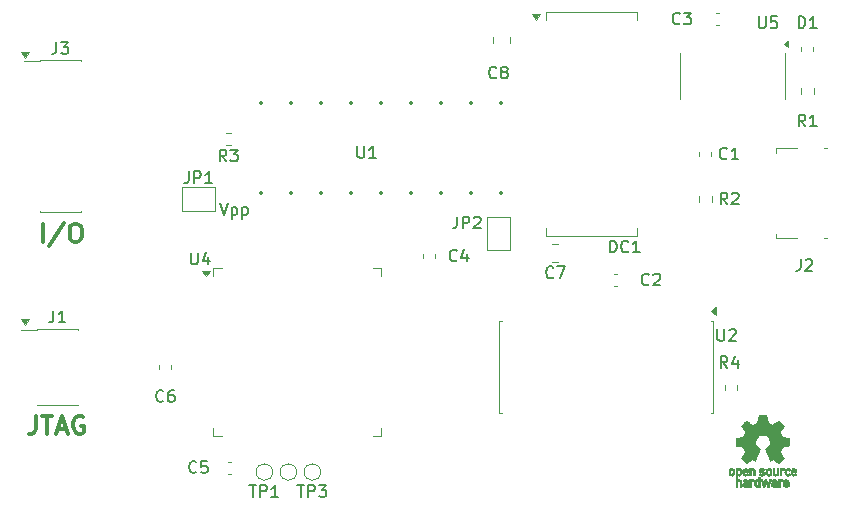
<source format=gbr>
%TF.GenerationSoftware,KiCad,Pcbnew,9.0.0-9.0.0-2~ubuntu24.10.1*%
%TF.CreationDate,2025-03-15T08:42:32-04:00*%
%TF.ProjectId,fat8,66617438-2e6b-4696-9361-645f70636258,rev?*%
%TF.SameCoordinates,Original*%
%TF.FileFunction,Legend,Top*%
%TF.FilePolarity,Positive*%
%FSLAX46Y46*%
G04 Gerber Fmt 4.6, Leading zero omitted, Abs format (unit mm)*
G04 Created by KiCad (PCBNEW 9.0.0-9.0.0-2~ubuntu24.10.1) date 2025-03-15 08:42:32*
%MOMM*%
%LPD*%
G01*
G04 APERTURE LIST*
%ADD10C,0.304800*%
%ADD11C,0.150000*%
%ADD12C,0.120000*%
%ADD13C,0.010000*%
%ADD14C,0.350000*%
G04 APERTURE END LIST*
D10*
X65514811Y-76505641D02*
X65514811Y-77594212D01*
X65514811Y-77594212D02*
X65442240Y-77811927D01*
X65442240Y-77811927D02*
X65297097Y-77957070D01*
X65297097Y-77957070D02*
X65079383Y-78029641D01*
X65079383Y-78029641D02*
X64934240Y-78029641D01*
X66022811Y-76505641D02*
X66893669Y-76505641D01*
X66458240Y-78029641D02*
X66458240Y-76505641D01*
X67329097Y-77594212D02*
X68054812Y-77594212D01*
X67183954Y-78029641D02*
X67691954Y-76505641D01*
X67691954Y-76505641D02*
X68199954Y-78029641D01*
X69506240Y-76578212D02*
X69361098Y-76505641D01*
X69361098Y-76505641D02*
X69143383Y-76505641D01*
X69143383Y-76505641D02*
X68925669Y-76578212D01*
X68925669Y-76578212D02*
X68780526Y-76723355D01*
X68780526Y-76723355D02*
X68707955Y-76868498D01*
X68707955Y-76868498D02*
X68635383Y-77158784D01*
X68635383Y-77158784D02*
X68635383Y-77376498D01*
X68635383Y-77376498D02*
X68707955Y-77666784D01*
X68707955Y-77666784D02*
X68780526Y-77811927D01*
X68780526Y-77811927D02*
X68925669Y-77957070D01*
X68925669Y-77957070D02*
X69143383Y-78029641D01*
X69143383Y-78029641D02*
X69288526Y-78029641D01*
X69288526Y-78029641D02*
X69506240Y-77957070D01*
X69506240Y-77957070D02*
X69578812Y-77884498D01*
X69578812Y-77884498D02*
X69578812Y-77376498D01*
X69578812Y-77376498D02*
X69288526Y-77376498D01*
X66095383Y-61773641D02*
X66095383Y-60249641D01*
X67909668Y-60177070D02*
X66603382Y-62136498D01*
X68707953Y-60249641D02*
X68998239Y-60249641D01*
X68998239Y-60249641D02*
X69143382Y-60322212D01*
X69143382Y-60322212D02*
X69288525Y-60467355D01*
X69288525Y-60467355D02*
X69361096Y-60757641D01*
X69361096Y-60757641D02*
X69361096Y-61265641D01*
X69361096Y-61265641D02*
X69288525Y-61555927D01*
X69288525Y-61555927D02*
X69143382Y-61701070D01*
X69143382Y-61701070D02*
X68998239Y-61773641D01*
X68998239Y-61773641D02*
X68707953Y-61773641D01*
X68707953Y-61773641D02*
X68562811Y-61701070D01*
X68562811Y-61701070D02*
X68417668Y-61555927D01*
X68417668Y-61555927D02*
X68345096Y-61265641D01*
X68345096Y-61265641D02*
X68345096Y-60757641D01*
X68345096Y-60757641D02*
X68417668Y-60467355D01*
X68417668Y-60467355D02*
X68562811Y-60322212D01*
X68562811Y-60322212D02*
X68707953Y-60249641D01*
D11*
X124007333Y-54715580D02*
X123959714Y-54763200D01*
X123959714Y-54763200D02*
X123816857Y-54810819D01*
X123816857Y-54810819D02*
X123721619Y-54810819D01*
X123721619Y-54810819D02*
X123578762Y-54763200D01*
X123578762Y-54763200D02*
X123483524Y-54667961D01*
X123483524Y-54667961D02*
X123435905Y-54572723D01*
X123435905Y-54572723D02*
X123388286Y-54382247D01*
X123388286Y-54382247D02*
X123388286Y-54239390D01*
X123388286Y-54239390D02*
X123435905Y-54048914D01*
X123435905Y-54048914D02*
X123483524Y-53953676D01*
X123483524Y-53953676D02*
X123578762Y-53858438D01*
X123578762Y-53858438D02*
X123721619Y-53810819D01*
X123721619Y-53810819D02*
X123816857Y-53810819D01*
X123816857Y-53810819D02*
X123959714Y-53858438D01*
X123959714Y-53858438D02*
X124007333Y-53906057D01*
X124959714Y-54810819D02*
X124388286Y-54810819D01*
X124674000Y-54810819D02*
X124674000Y-53810819D01*
X124674000Y-53810819D02*
X124578762Y-53953676D01*
X124578762Y-53953676D02*
X124483524Y-54048914D01*
X124483524Y-54048914D02*
X124388286Y-54096533D01*
X76287333Y-75249580D02*
X76239714Y-75297200D01*
X76239714Y-75297200D02*
X76096857Y-75344819D01*
X76096857Y-75344819D02*
X76001619Y-75344819D01*
X76001619Y-75344819D02*
X75858762Y-75297200D01*
X75858762Y-75297200D02*
X75763524Y-75201961D01*
X75763524Y-75201961D02*
X75715905Y-75106723D01*
X75715905Y-75106723D02*
X75668286Y-74916247D01*
X75668286Y-74916247D02*
X75668286Y-74773390D01*
X75668286Y-74773390D02*
X75715905Y-74582914D01*
X75715905Y-74582914D02*
X75763524Y-74487676D01*
X75763524Y-74487676D02*
X75858762Y-74392438D01*
X75858762Y-74392438D02*
X76001619Y-74344819D01*
X76001619Y-74344819D02*
X76096857Y-74344819D01*
X76096857Y-74344819D02*
X76239714Y-74392438D01*
X76239714Y-74392438D02*
X76287333Y-74440057D01*
X77144476Y-74344819D02*
X76954000Y-74344819D01*
X76954000Y-74344819D02*
X76858762Y-74392438D01*
X76858762Y-74392438D02*
X76811143Y-74440057D01*
X76811143Y-74440057D02*
X76715905Y-74582914D01*
X76715905Y-74582914D02*
X76668286Y-74773390D01*
X76668286Y-74773390D02*
X76668286Y-75154342D01*
X76668286Y-75154342D02*
X76715905Y-75249580D01*
X76715905Y-75249580D02*
X76763524Y-75297200D01*
X76763524Y-75297200D02*
X76858762Y-75344819D01*
X76858762Y-75344819D02*
X77049238Y-75344819D01*
X77049238Y-75344819D02*
X77144476Y-75297200D01*
X77144476Y-75297200D02*
X77192095Y-75249580D01*
X77192095Y-75249580D02*
X77239714Y-75154342D01*
X77239714Y-75154342D02*
X77239714Y-74916247D01*
X77239714Y-74916247D02*
X77192095Y-74821009D01*
X77192095Y-74821009D02*
X77144476Y-74773390D01*
X77144476Y-74773390D02*
X77049238Y-74725771D01*
X77049238Y-74725771D02*
X76858762Y-74725771D01*
X76858762Y-74725771D02*
X76763524Y-74773390D01*
X76763524Y-74773390D02*
X76715905Y-74821009D01*
X76715905Y-74821009D02*
X76668286Y-74916247D01*
X124039333Y-58620819D02*
X123706000Y-58144628D01*
X123467905Y-58620819D02*
X123467905Y-57620819D01*
X123467905Y-57620819D02*
X123848857Y-57620819D01*
X123848857Y-57620819D02*
X123944095Y-57668438D01*
X123944095Y-57668438D02*
X123991714Y-57716057D01*
X123991714Y-57716057D02*
X124039333Y-57811295D01*
X124039333Y-57811295D02*
X124039333Y-57954152D01*
X124039333Y-57954152D02*
X123991714Y-58049390D01*
X123991714Y-58049390D02*
X123944095Y-58097009D01*
X123944095Y-58097009D02*
X123848857Y-58144628D01*
X123848857Y-58144628D02*
X123467905Y-58144628D01*
X124420286Y-57716057D02*
X124467905Y-57668438D01*
X124467905Y-57668438D02*
X124563143Y-57620819D01*
X124563143Y-57620819D02*
X124801238Y-57620819D01*
X124801238Y-57620819D02*
X124896476Y-57668438D01*
X124896476Y-57668438D02*
X124944095Y-57716057D01*
X124944095Y-57716057D02*
X124991714Y-57811295D01*
X124991714Y-57811295D02*
X124991714Y-57906533D01*
X124991714Y-57906533D02*
X124944095Y-58049390D01*
X124944095Y-58049390D02*
X124372667Y-58620819D01*
X124372667Y-58620819D02*
X124991714Y-58620819D01*
X104481333Y-47857580D02*
X104433714Y-47905200D01*
X104433714Y-47905200D02*
X104290857Y-47952819D01*
X104290857Y-47952819D02*
X104195619Y-47952819D01*
X104195619Y-47952819D02*
X104052762Y-47905200D01*
X104052762Y-47905200D02*
X103957524Y-47809961D01*
X103957524Y-47809961D02*
X103909905Y-47714723D01*
X103909905Y-47714723D02*
X103862286Y-47524247D01*
X103862286Y-47524247D02*
X103862286Y-47381390D01*
X103862286Y-47381390D02*
X103909905Y-47190914D01*
X103909905Y-47190914D02*
X103957524Y-47095676D01*
X103957524Y-47095676D02*
X104052762Y-47000438D01*
X104052762Y-47000438D02*
X104195619Y-46952819D01*
X104195619Y-46952819D02*
X104290857Y-46952819D01*
X104290857Y-46952819D02*
X104433714Y-47000438D01*
X104433714Y-47000438D02*
X104481333Y-47048057D01*
X105052762Y-47381390D02*
X104957524Y-47333771D01*
X104957524Y-47333771D02*
X104909905Y-47286152D01*
X104909905Y-47286152D02*
X104862286Y-47190914D01*
X104862286Y-47190914D02*
X104862286Y-47143295D01*
X104862286Y-47143295D02*
X104909905Y-47048057D01*
X104909905Y-47048057D02*
X104957524Y-47000438D01*
X104957524Y-47000438D02*
X105052762Y-46952819D01*
X105052762Y-46952819D02*
X105243238Y-46952819D01*
X105243238Y-46952819D02*
X105338476Y-47000438D01*
X105338476Y-47000438D02*
X105386095Y-47048057D01*
X105386095Y-47048057D02*
X105433714Y-47143295D01*
X105433714Y-47143295D02*
X105433714Y-47190914D01*
X105433714Y-47190914D02*
X105386095Y-47286152D01*
X105386095Y-47286152D02*
X105338476Y-47333771D01*
X105338476Y-47333771D02*
X105243238Y-47381390D01*
X105243238Y-47381390D02*
X105052762Y-47381390D01*
X105052762Y-47381390D02*
X104957524Y-47429009D01*
X104957524Y-47429009D02*
X104909905Y-47476628D01*
X104909905Y-47476628D02*
X104862286Y-47571866D01*
X104862286Y-47571866D02*
X104862286Y-47762342D01*
X104862286Y-47762342D02*
X104909905Y-47857580D01*
X104909905Y-47857580D02*
X104957524Y-47905200D01*
X104957524Y-47905200D02*
X105052762Y-47952819D01*
X105052762Y-47952819D02*
X105243238Y-47952819D01*
X105243238Y-47952819D02*
X105338476Y-47905200D01*
X105338476Y-47905200D02*
X105386095Y-47857580D01*
X105386095Y-47857580D02*
X105433714Y-47762342D01*
X105433714Y-47762342D02*
X105433714Y-47571866D01*
X105433714Y-47571866D02*
X105386095Y-47476628D01*
X105386095Y-47476628D02*
X105338476Y-47429009D01*
X105338476Y-47429009D02*
X105243238Y-47381390D01*
X79081333Y-81258580D02*
X79033714Y-81306200D01*
X79033714Y-81306200D02*
X78890857Y-81353819D01*
X78890857Y-81353819D02*
X78795619Y-81353819D01*
X78795619Y-81353819D02*
X78652762Y-81306200D01*
X78652762Y-81306200D02*
X78557524Y-81210961D01*
X78557524Y-81210961D02*
X78509905Y-81115723D01*
X78509905Y-81115723D02*
X78462286Y-80925247D01*
X78462286Y-80925247D02*
X78462286Y-80782390D01*
X78462286Y-80782390D02*
X78509905Y-80591914D01*
X78509905Y-80591914D02*
X78557524Y-80496676D01*
X78557524Y-80496676D02*
X78652762Y-80401438D01*
X78652762Y-80401438D02*
X78795619Y-80353819D01*
X78795619Y-80353819D02*
X78890857Y-80353819D01*
X78890857Y-80353819D02*
X79033714Y-80401438D01*
X79033714Y-80401438D02*
X79081333Y-80449057D01*
X79986095Y-80353819D02*
X79509905Y-80353819D01*
X79509905Y-80353819D02*
X79462286Y-80830009D01*
X79462286Y-80830009D02*
X79509905Y-80782390D01*
X79509905Y-80782390D02*
X79605143Y-80734771D01*
X79605143Y-80734771D02*
X79843238Y-80734771D01*
X79843238Y-80734771D02*
X79938476Y-80782390D01*
X79938476Y-80782390D02*
X79986095Y-80830009D01*
X79986095Y-80830009D02*
X80033714Y-80925247D01*
X80033714Y-80925247D02*
X80033714Y-81163342D01*
X80033714Y-81163342D02*
X79986095Y-81258580D01*
X79986095Y-81258580D02*
X79938476Y-81306200D01*
X79938476Y-81306200D02*
X79843238Y-81353819D01*
X79843238Y-81353819D02*
X79605143Y-81353819D01*
X79605143Y-81353819D02*
X79509905Y-81306200D01*
X79509905Y-81306200D02*
X79462286Y-81258580D01*
X78613095Y-62700819D02*
X78613095Y-63510342D01*
X78613095Y-63510342D02*
X78660714Y-63605580D01*
X78660714Y-63605580D02*
X78708333Y-63653200D01*
X78708333Y-63653200D02*
X78803571Y-63700819D01*
X78803571Y-63700819D02*
X78994047Y-63700819D01*
X78994047Y-63700819D02*
X79089285Y-63653200D01*
X79089285Y-63653200D02*
X79136904Y-63605580D01*
X79136904Y-63605580D02*
X79184523Y-63510342D01*
X79184523Y-63510342D02*
X79184523Y-62700819D01*
X80089285Y-63034152D02*
X80089285Y-63700819D01*
X79851190Y-62653200D02*
X79613095Y-63367485D01*
X79613095Y-63367485D02*
X80232142Y-63367485D01*
X130643333Y-52016819D02*
X130310000Y-51540628D01*
X130071905Y-52016819D02*
X130071905Y-51016819D01*
X130071905Y-51016819D02*
X130452857Y-51016819D01*
X130452857Y-51016819D02*
X130548095Y-51064438D01*
X130548095Y-51064438D02*
X130595714Y-51112057D01*
X130595714Y-51112057D02*
X130643333Y-51207295D01*
X130643333Y-51207295D02*
X130643333Y-51350152D01*
X130643333Y-51350152D02*
X130595714Y-51445390D01*
X130595714Y-51445390D02*
X130548095Y-51493009D01*
X130548095Y-51493009D02*
X130452857Y-51540628D01*
X130452857Y-51540628D02*
X130071905Y-51540628D01*
X131595714Y-52016819D02*
X131024286Y-52016819D01*
X131310000Y-52016819D02*
X131310000Y-51016819D01*
X131310000Y-51016819D02*
X131214762Y-51159676D01*
X131214762Y-51159676D02*
X131119524Y-51254914D01*
X131119524Y-51254914D02*
X131024286Y-51302533D01*
X78414666Y-55820819D02*
X78414666Y-56535104D01*
X78414666Y-56535104D02*
X78367047Y-56677961D01*
X78367047Y-56677961D02*
X78271809Y-56773200D01*
X78271809Y-56773200D02*
X78128952Y-56820819D01*
X78128952Y-56820819D02*
X78033714Y-56820819D01*
X78890857Y-56820819D02*
X78890857Y-55820819D01*
X78890857Y-55820819D02*
X79271809Y-55820819D01*
X79271809Y-55820819D02*
X79367047Y-55868438D01*
X79367047Y-55868438D02*
X79414666Y-55916057D01*
X79414666Y-55916057D02*
X79462285Y-56011295D01*
X79462285Y-56011295D02*
X79462285Y-56154152D01*
X79462285Y-56154152D02*
X79414666Y-56249390D01*
X79414666Y-56249390D02*
X79367047Y-56297009D01*
X79367047Y-56297009D02*
X79271809Y-56344628D01*
X79271809Y-56344628D02*
X78890857Y-56344628D01*
X80414666Y-56820819D02*
X79843238Y-56820819D01*
X80128952Y-56820819D02*
X80128952Y-55820819D01*
X80128952Y-55820819D02*
X80033714Y-55963676D01*
X80033714Y-55963676D02*
X79938476Y-56058914D01*
X79938476Y-56058914D02*
X79843238Y-56106533D01*
X81057905Y-58509819D02*
X81391238Y-59509819D01*
X81391238Y-59509819D02*
X81724571Y-58509819D01*
X82057905Y-58843152D02*
X82057905Y-59843152D01*
X82057905Y-58890771D02*
X82153143Y-58843152D01*
X82153143Y-58843152D02*
X82343619Y-58843152D01*
X82343619Y-58843152D02*
X82438857Y-58890771D01*
X82438857Y-58890771D02*
X82486476Y-58938390D01*
X82486476Y-58938390D02*
X82534095Y-59033628D01*
X82534095Y-59033628D02*
X82534095Y-59319342D01*
X82534095Y-59319342D02*
X82486476Y-59414580D01*
X82486476Y-59414580D02*
X82438857Y-59462200D01*
X82438857Y-59462200D02*
X82343619Y-59509819D01*
X82343619Y-59509819D02*
X82153143Y-59509819D01*
X82153143Y-59509819D02*
X82057905Y-59462200D01*
X82962667Y-58843152D02*
X82962667Y-59843152D01*
X82962667Y-58890771D02*
X83057905Y-58843152D01*
X83057905Y-58843152D02*
X83248381Y-58843152D01*
X83248381Y-58843152D02*
X83343619Y-58890771D01*
X83343619Y-58890771D02*
X83391238Y-58938390D01*
X83391238Y-58938390D02*
X83438857Y-59033628D01*
X83438857Y-59033628D02*
X83438857Y-59319342D01*
X83438857Y-59319342D02*
X83391238Y-59414580D01*
X83391238Y-59414580D02*
X83343619Y-59462200D01*
X83343619Y-59462200D02*
X83248381Y-59509819D01*
X83248381Y-59509819D02*
X83057905Y-59509819D01*
X83057905Y-59509819D02*
X82962667Y-59462200D01*
X130230666Y-63237819D02*
X130230666Y-63952104D01*
X130230666Y-63952104D02*
X130183047Y-64094961D01*
X130183047Y-64094961D02*
X130087809Y-64190200D01*
X130087809Y-64190200D02*
X129944952Y-64237819D01*
X129944952Y-64237819D02*
X129849714Y-64237819D01*
X130659238Y-63333057D02*
X130706857Y-63285438D01*
X130706857Y-63285438D02*
X130802095Y-63237819D01*
X130802095Y-63237819D02*
X131040190Y-63237819D01*
X131040190Y-63237819D02*
X131135428Y-63285438D01*
X131135428Y-63285438D02*
X131183047Y-63333057D01*
X131183047Y-63333057D02*
X131230666Y-63428295D01*
X131230666Y-63428295D02*
X131230666Y-63523533D01*
X131230666Y-63523533D02*
X131183047Y-63666390D01*
X131183047Y-63666390D02*
X130611619Y-64237819D01*
X130611619Y-64237819D02*
X131230666Y-64237819D01*
X130071905Y-43695819D02*
X130071905Y-42695819D01*
X130071905Y-42695819D02*
X130310000Y-42695819D01*
X130310000Y-42695819D02*
X130452857Y-42743438D01*
X130452857Y-42743438D02*
X130548095Y-42838676D01*
X130548095Y-42838676D02*
X130595714Y-42933914D01*
X130595714Y-42933914D02*
X130643333Y-43124390D01*
X130643333Y-43124390D02*
X130643333Y-43267247D01*
X130643333Y-43267247D02*
X130595714Y-43457723D01*
X130595714Y-43457723D02*
X130548095Y-43552961D01*
X130548095Y-43552961D02*
X130452857Y-43648200D01*
X130452857Y-43648200D02*
X130310000Y-43695819D01*
X130310000Y-43695819D02*
X130071905Y-43695819D01*
X131595714Y-43695819D02*
X131024286Y-43695819D01*
X131310000Y-43695819D02*
X131310000Y-42695819D01*
X131310000Y-42695819D02*
X131214762Y-42838676D01*
X131214762Y-42838676D02*
X131119524Y-42933914D01*
X131119524Y-42933914D02*
X131024286Y-42981533D01*
X67230666Y-44876819D02*
X67230666Y-45591104D01*
X67230666Y-45591104D02*
X67183047Y-45733961D01*
X67183047Y-45733961D02*
X67087809Y-45829200D01*
X67087809Y-45829200D02*
X66944952Y-45876819D01*
X66944952Y-45876819D02*
X66849714Y-45876819D01*
X67611619Y-44876819D02*
X68230666Y-44876819D01*
X68230666Y-44876819D02*
X67897333Y-45257771D01*
X67897333Y-45257771D02*
X68040190Y-45257771D01*
X68040190Y-45257771D02*
X68135428Y-45305390D01*
X68135428Y-45305390D02*
X68183047Y-45353009D01*
X68183047Y-45353009D02*
X68230666Y-45448247D01*
X68230666Y-45448247D02*
X68230666Y-45686342D01*
X68230666Y-45686342D02*
X68183047Y-45781580D01*
X68183047Y-45781580D02*
X68135428Y-45829200D01*
X68135428Y-45829200D02*
X68040190Y-45876819D01*
X68040190Y-45876819D02*
X67754476Y-45876819D01*
X67754476Y-45876819D02*
X67659238Y-45829200D01*
X67659238Y-45829200D02*
X67611619Y-45781580D01*
X101139333Y-63351580D02*
X101091714Y-63399200D01*
X101091714Y-63399200D02*
X100948857Y-63446819D01*
X100948857Y-63446819D02*
X100853619Y-63446819D01*
X100853619Y-63446819D02*
X100710762Y-63399200D01*
X100710762Y-63399200D02*
X100615524Y-63303961D01*
X100615524Y-63303961D02*
X100567905Y-63208723D01*
X100567905Y-63208723D02*
X100520286Y-63018247D01*
X100520286Y-63018247D02*
X100520286Y-62875390D01*
X100520286Y-62875390D02*
X100567905Y-62684914D01*
X100567905Y-62684914D02*
X100615524Y-62589676D01*
X100615524Y-62589676D02*
X100710762Y-62494438D01*
X100710762Y-62494438D02*
X100853619Y-62446819D01*
X100853619Y-62446819D02*
X100948857Y-62446819D01*
X100948857Y-62446819D02*
X101091714Y-62494438D01*
X101091714Y-62494438D02*
X101139333Y-62542057D01*
X101996476Y-62780152D02*
X101996476Y-63446819D01*
X101758381Y-62399200D02*
X101520286Y-63113485D01*
X101520286Y-63113485D02*
X102139333Y-63113485D01*
X124039333Y-72463819D02*
X123706000Y-71987628D01*
X123467905Y-72463819D02*
X123467905Y-71463819D01*
X123467905Y-71463819D02*
X123848857Y-71463819D01*
X123848857Y-71463819D02*
X123944095Y-71511438D01*
X123944095Y-71511438D02*
X123991714Y-71559057D01*
X123991714Y-71559057D02*
X124039333Y-71654295D01*
X124039333Y-71654295D02*
X124039333Y-71797152D01*
X124039333Y-71797152D02*
X123991714Y-71892390D01*
X123991714Y-71892390D02*
X123944095Y-71940009D01*
X123944095Y-71940009D02*
X123848857Y-71987628D01*
X123848857Y-71987628D02*
X123467905Y-71987628D01*
X124896476Y-71797152D02*
X124896476Y-72463819D01*
X124658381Y-71416200D02*
X124420286Y-72130485D01*
X124420286Y-72130485D02*
X125039333Y-72130485D01*
X87638095Y-82385819D02*
X88209523Y-82385819D01*
X87923809Y-83385819D02*
X87923809Y-82385819D01*
X88542857Y-83385819D02*
X88542857Y-82385819D01*
X88542857Y-82385819D02*
X88923809Y-82385819D01*
X88923809Y-82385819D02*
X89019047Y-82433438D01*
X89019047Y-82433438D02*
X89066666Y-82481057D01*
X89066666Y-82481057D02*
X89114285Y-82576295D01*
X89114285Y-82576295D02*
X89114285Y-82719152D01*
X89114285Y-82719152D02*
X89066666Y-82814390D01*
X89066666Y-82814390D02*
X89019047Y-82862009D01*
X89019047Y-82862009D02*
X88923809Y-82909628D01*
X88923809Y-82909628D02*
X88542857Y-82909628D01*
X89447619Y-82385819D02*
X90066666Y-82385819D01*
X90066666Y-82385819D02*
X89733333Y-82766771D01*
X89733333Y-82766771D02*
X89876190Y-82766771D01*
X89876190Y-82766771D02*
X89971428Y-82814390D01*
X89971428Y-82814390D02*
X90019047Y-82862009D01*
X90019047Y-82862009D02*
X90066666Y-82957247D01*
X90066666Y-82957247D02*
X90066666Y-83195342D01*
X90066666Y-83195342D02*
X90019047Y-83290580D01*
X90019047Y-83290580D02*
X89971428Y-83338200D01*
X89971428Y-83338200D02*
X89876190Y-83385819D01*
X89876190Y-83385819D02*
X89590476Y-83385819D01*
X89590476Y-83385819D02*
X89495238Y-83338200D01*
X89495238Y-83338200D02*
X89447619Y-83290580D01*
X83574095Y-82385819D02*
X84145523Y-82385819D01*
X83859809Y-83385819D02*
X83859809Y-82385819D01*
X84478857Y-83385819D02*
X84478857Y-82385819D01*
X84478857Y-82385819D02*
X84859809Y-82385819D01*
X84859809Y-82385819D02*
X84955047Y-82433438D01*
X84955047Y-82433438D02*
X85002666Y-82481057D01*
X85002666Y-82481057D02*
X85050285Y-82576295D01*
X85050285Y-82576295D02*
X85050285Y-82719152D01*
X85050285Y-82719152D02*
X85002666Y-82814390D01*
X85002666Y-82814390D02*
X84955047Y-82862009D01*
X84955047Y-82862009D02*
X84859809Y-82909628D01*
X84859809Y-82909628D02*
X84478857Y-82909628D01*
X86002666Y-83385819D02*
X85431238Y-83385819D01*
X85716952Y-83385819D02*
X85716952Y-82385819D01*
X85716952Y-82385819D02*
X85621714Y-82528676D01*
X85621714Y-82528676D02*
X85526476Y-82623914D01*
X85526476Y-82623914D02*
X85431238Y-82671533D01*
X114077905Y-62684819D02*
X114077905Y-61684819D01*
X114077905Y-61684819D02*
X114316000Y-61684819D01*
X114316000Y-61684819D02*
X114458857Y-61732438D01*
X114458857Y-61732438D02*
X114554095Y-61827676D01*
X114554095Y-61827676D02*
X114601714Y-61922914D01*
X114601714Y-61922914D02*
X114649333Y-62113390D01*
X114649333Y-62113390D02*
X114649333Y-62256247D01*
X114649333Y-62256247D02*
X114601714Y-62446723D01*
X114601714Y-62446723D02*
X114554095Y-62541961D01*
X114554095Y-62541961D02*
X114458857Y-62637200D01*
X114458857Y-62637200D02*
X114316000Y-62684819D01*
X114316000Y-62684819D02*
X114077905Y-62684819D01*
X115649333Y-62589580D02*
X115601714Y-62637200D01*
X115601714Y-62637200D02*
X115458857Y-62684819D01*
X115458857Y-62684819D02*
X115363619Y-62684819D01*
X115363619Y-62684819D02*
X115220762Y-62637200D01*
X115220762Y-62637200D02*
X115125524Y-62541961D01*
X115125524Y-62541961D02*
X115077905Y-62446723D01*
X115077905Y-62446723D02*
X115030286Y-62256247D01*
X115030286Y-62256247D02*
X115030286Y-62113390D01*
X115030286Y-62113390D02*
X115077905Y-61922914D01*
X115077905Y-61922914D02*
X115125524Y-61827676D01*
X115125524Y-61827676D02*
X115220762Y-61732438D01*
X115220762Y-61732438D02*
X115363619Y-61684819D01*
X115363619Y-61684819D02*
X115458857Y-61684819D01*
X115458857Y-61684819D02*
X115601714Y-61732438D01*
X115601714Y-61732438D02*
X115649333Y-61780057D01*
X116601714Y-62684819D02*
X116030286Y-62684819D01*
X116316000Y-62684819D02*
X116316000Y-61684819D01*
X116316000Y-61684819D02*
X116220762Y-61827676D01*
X116220762Y-61827676D02*
X116125524Y-61922914D01*
X116125524Y-61922914D02*
X116030286Y-61970533D01*
X123190095Y-69177819D02*
X123190095Y-69987342D01*
X123190095Y-69987342D02*
X123237714Y-70082580D01*
X123237714Y-70082580D02*
X123285333Y-70130200D01*
X123285333Y-70130200D02*
X123380571Y-70177819D01*
X123380571Y-70177819D02*
X123571047Y-70177819D01*
X123571047Y-70177819D02*
X123666285Y-70130200D01*
X123666285Y-70130200D02*
X123713904Y-70082580D01*
X123713904Y-70082580D02*
X123761523Y-69987342D01*
X123761523Y-69987342D02*
X123761523Y-69177819D01*
X124190095Y-69273057D02*
X124237714Y-69225438D01*
X124237714Y-69225438D02*
X124332952Y-69177819D01*
X124332952Y-69177819D02*
X124571047Y-69177819D01*
X124571047Y-69177819D02*
X124666285Y-69225438D01*
X124666285Y-69225438D02*
X124713904Y-69273057D01*
X124713904Y-69273057D02*
X124761523Y-69368295D01*
X124761523Y-69368295D02*
X124761523Y-69463533D01*
X124761523Y-69463533D02*
X124713904Y-69606390D01*
X124713904Y-69606390D02*
X124142476Y-70177819D01*
X124142476Y-70177819D02*
X124761523Y-70177819D01*
X101147666Y-59652819D02*
X101147666Y-60367104D01*
X101147666Y-60367104D02*
X101100047Y-60509961D01*
X101100047Y-60509961D02*
X101004809Y-60605200D01*
X101004809Y-60605200D02*
X100861952Y-60652819D01*
X100861952Y-60652819D02*
X100766714Y-60652819D01*
X101623857Y-60652819D02*
X101623857Y-59652819D01*
X101623857Y-59652819D02*
X102004809Y-59652819D01*
X102004809Y-59652819D02*
X102100047Y-59700438D01*
X102100047Y-59700438D02*
X102147666Y-59748057D01*
X102147666Y-59748057D02*
X102195285Y-59843295D01*
X102195285Y-59843295D02*
X102195285Y-59986152D01*
X102195285Y-59986152D02*
X102147666Y-60081390D01*
X102147666Y-60081390D02*
X102100047Y-60129009D01*
X102100047Y-60129009D02*
X102004809Y-60176628D01*
X102004809Y-60176628D02*
X101623857Y-60176628D01*
X102576238Y-59748057D02*
X102623857Y-59700438D01*
X102623857Y-59700438D02*
X102719095Y-59652819D01*
X102719095Y-59652819D02*
X102957190Y-59652819D01*
X102957190Y-59652819D02*
X103052428Y-59700438D01*
X103052428Y-59700438D02*
X103100047Y-59748057D01*
X103100047Y-59748057D02*
X103147666Y-59843295D01*
X103147666Y-59843295D02*
X103147666Y-59938533D01*
X103147666Y-59938533D02*
X103100047Y-60081390D01*
X103100047Y-60081390D02*
X102528619Y-60652819D01*
X102528619Y-60652819D02*
X103147666Y-60652819D01*
X120023333Y-43285580D02*
X119975714Y-43333200D01*
X119975714Y-43333200D02*
X119832857Y-43380819D01*
X119832857Y-43380819D02*
X119737619Y-43380819D01*
X119737619Y-43380819D02*
X119594762Y-43333200D01*
X119594762Y-43333200D02*
X119499524Y-43237961D01*
X119499524Y-43237961D02*
X119451905Y-43142723D01*
X119451905Y-43142723D02*
X119404286Y-42952247D01*
X119404286Y-42952247D02*
X119404286Y-42809390D01*
X119404286Y-42809390D02*
X119451905Y-42618914D01*
X119451905Y-42618914D02*
X119499524Y-42523676D01*
X119499524Y-42523676D02*
X119594762Y-42428438D01*
X119594762Y-42428438D02*
X119737619Y-42380819D01*
X119737619Y-42380819D02*
X119832857Y-42380819D01*
X119832857Y-42380819D02*
X119975714Y-42428438D01*
X119975714Y-42428438D02*
X120023333Y-42476057D01*
X120356667Y-42380819D02*
X120975714Y-42380819D01*
X120975714Y-42380819D02*
X120642381Y-42761771D01*
X120642381Y-42761771D02*
X120785238Y-42761771D01*
X120785238Y-42761771D02*
X120880476Y-42809390D01*
X120880476Y-42809390D02*
X120928095Y-42857009D01*
X120928095Y-42857009D02*
X120975714Y-42952247D01*
X120975714Y-42952247D02*
X120975714Y-43190342D01*
X120975714Y-43190342D02*
X120928095Y-43285580D01*
X120928095Y-43285580D02*
X120880476Y-43333200D01*
X120880476Y-43333200D02*
X120785238Y-43380819D01*
X120785238Y-43380819D02*
X120499524Y-43380819D01*
X120499524Y-43380819D02*
X120404286Y-43333200D01*
X120404286Y-43333200D02*
X120356667Y-43285580D01*
X81621333Y-54970819D02*
X81288000Y-54494628D01*
X81049905Y-54970819D02*
X81049905Y-53970819D01*
X81049905Y-53970819D02*
X81430857Y-53970819D01*
X81430857Y-53970819D02*
X81526095Y-54018438D01*
X81526095Y-54018438D02*
X81573714Y-54066057D01*
X81573714Y-54066057D02*
X81621333Y-54161295D01*
X81621333Y-54161295D02*
X81621333Y-54304152D01*
X81621333Y-54304152D02*
X81573714Y-54399390D01*
X81573714Y-54399390D02*
X81526095Y-54447009D01*
X81526095Y-54447009D02*
X81430857Y-54494628D01*
X81430857Y-54494628D02*
X81049905Y-54494628D01*
X81954667Y-53970819D02*
X82573714Y-53970819D01*
X82573714Y-53970819D02*
X82240381Y-54351771D01*
X82240381Y-54351771D02*
X82383238Y-54351771D01*
X82383238Y-54351771D02*
X82478476Y-54399390D01*
X82478476Y-54399390D02*
X82526095Y-54447009D01*
X82526095Y-54447009D02*
X82573714Y-54542247D01*
X82573714Y-54542247D02*
X82573714Y-54780342D01*
X82573714Y-54780342D02*
X82526095Y-54875580D01*
X82526095Y-54875580D02*
X82478476Y-54923200D01*
X82478476Y-54923200D02*
X82383238Y-54970819D01*
X82383238Y-54970819D02*
X82097524Y-54970819D01*
X82097524Y-54970819D02*
X82002286Y-54923200D01*
X82002286Y-54923200D02*
X81954667Y-54875580D01*
X126698095Y-42706819D02*
X126698095Y-43516342D01*
X126698095Y-43516342D02*
X126745714Y-43611580D01*
X126745714Y-43611580D02*
X126793333Y-43659200D01*
X126793333Y-43659200D02*
X126888571Y-43706819D01*
X126888571Y-43706819D02*
X127079047Y-43706819D01*
X127079047Y-43706819D02*
X127174285Y-43659200D01*
X127174285Y-43659200D02*
X127221904Y-43611580D01*
X127221904Y-43611580D02*
X127269523Y-43516342D01*
X127269523Y-43516342D02*
X127269523Y-42706819D01*
X128221904Y-42706819D02*
X127745714Y-42706819D01*
X127745714Y-42706819D02*
X127698095Y-43183009D01*
X127698095Y-43183009D02*
X127745714Y-43135390D01*
X127745714Y-43135390D02*
X127840952Y-43087771D01*
X127840952Y-43087771D02*
X128079047Y-43087771D01*
X128079047Y-43087771D02*
X128174285Y-43135390D01*
X128174285Y-43135390D02*
X128221904Y-43183009D01*
X128221904Y-43183009D02*
X128269523Y-43278247D01*
X128269523Y-43278247D02*
X128269523Y-43516342D01*
X128269523Y-43516342D02*
X128221904Y-43611580D01*
X128221904Y-43611580D02*
X128174285Y-43659200D01*
X128174285Y-43659200D02*
X128079047Y-43706819D01*
X128079047Y-43706819D02*
X127840952Y-43706819D01*
X127840952Y-43706819D02*
X127745714Y-43659200D01*
X127745714Y-43659200D02*
X127698095Y-43611580D01*
X109307333Y-64777580D02*
X109259714Y-64825200D01*
X109259714Y-64825200D02*
X109116857Y-64872819D01*
X109116857Y-64872819D02*
X109021619Y-64872819D01*
X109021619Y-64872819D02*
X108878762Y-64825200D01*
X108878762Y-64825200D02*
X108783524Y-64729961D01*
X108783524Y-64729961D02*
X108735905Y-64634723D01*
X108735905Y-64634723D02*
X108688286Y-64444247D01*
X108688286Y-64444247D02*
X108688286Y-64301390D01*
X108688286Y-64301390D02*
X108735905Y-64110914D01*
X108735905Y-64110914D02*
X108783524Y-64015676D01*
X108783524Y-64015676D02*
X108878762Y-63920438D01*
X108878762Y-63920438D02*
X109021619Y-63872819D01*
X109021619Y-63872819D02*
X109116857Y-63872819D01*
X109116857Y-63872819D02*
X109259714Y-63920438D01*
X109259714Y-63920438D02*
X109307333Y-63968057D01*
X109640667Y-63872819D02*
X110307333Y-63872819D01*
X110307333Y-63872819D02*
X109878762Y-64872819D01*
X66976666Y-67609819D02*
X66976666Y-68324104D01*
X66976666Y-68324104D02*
X66929047Y-68466961D01*
X66929047Y-68466961D02*
X66833809Y-68562200D01*
X66833809Y-68562200D02*
X66690952Y-68609819D01*
X66690952Y-68609819D02*
X66595714Y-68609819D01*
X67976666Y-68609819D02*
X67405238Y-68609819D01*
X67690952Y-68609819D02*
X67690952Y-67609819D01*
X67690952Y-67609819D02*
X67595714Y-67752676D01*
X67595714Y-67752676D02*
X67500476Y-67847914D01*
X67500476Y-67847914D02*
X67405238Y-67895533D01*
X117387333Y-65383580D02*
X117339714Y-65431200D01*
X117339714Y-65431200D02*
X117196857Y-65478819D01*
X117196857Y-65478819D02*
X117101619Y-65478819D01*
X117101619Y-65478819D02*
X116958762Y-65431200D01*
X116958762Y-65431200D02*
X116863524Y-65335961D01*
X116863524Y-65335961D02*
X116815905Y-65240723D01*
X116815905Y-65240723D02*
X116768286Y-65050247D01*
X116768286Y-65050247D02*
X116768286Y-64907390D01*
X116768286Y-64907390D02*
X116815905Y-64716914D01*
X116815905Y-64716914D02*
X116863524Y-64621676D01*
X116863524Y-64621676D02*
X116958762Y-64526438D01*
X116958762Y-64526438D02*
X117101619Y-64478819D01*
X117101619Y-64478819D02*
X117196857Y-64478819D01*
X117196857Y-64478819D02*
X117339714Y-64526438D01*
X117339714Y-64526438D02*
X117387333Y-64574057D01*
X117768286Y-64574057D02*
X117815905Y-64526438D01*
X117815905Y-64526438D02*
X117911143Y-64478819D01*
X117911143Y-64478819D02*
X118149238Y-64478819D01*
X118149238Y-64478819D02*
X118244476Y-64526438D01*
X118244476Y-64526438D02*
X118292095Y-64574057D01*
X118292095Y-64574057D02*
X118339714Y-64669295D01*
X118339714Y-64669295D02*
X118339714Y-64764533D01*
X118339714Y-64764533D02*
X118292095Y-64907390D01*
X118292095Y-64907390D02*
X117720667Y-65478819D01*
X117720667Y-65478819D02*
X118339714Y-65478819D01*
X92710095Y-53683819D02*
X92710095Y-54493342D01*
X92710095Y-54493342D02*
X92757714Y-54588580D01*
X92757714Y-54588580D02*
X92805333Y-54636200D01*
X92805333Y-54636200D02*
X92900571Y-54683819D01*
X92900571Y-54683819D02*
X93091047Y-54683819D01*
X93091047Y-54683819D02*
X93186285Y-54636200D01*
X93186285Y-54636200D02*
X93233904Y-54588580D01*
X93233904Y-54588580D02*
X93281523Y-54493342D01*
X93281523Y-54493342D02*
X93281523Y-53683819D01*
X94281523Y-54683819D02*
X93710095Y-54683819D01*
X93995809Y-54683819D02*
X93995809Y-53683819D01*
X93995809Y-53683819D02*
X93900571Y-53826676D01*
X93900571Y-53826676D02*
X93805333Y-53921914D01*
X93805333Y-53921914D02*
X93710095Y-53969533D01*
D12*
%TO.C,C1*%
X121664000Y-54215420D02*
X121664000Y-54496580D01*
X122684000Y-54215420D02*
X122684000Y-54496580D01*
%TO.C,SYM3*%
X64602000Y-46190000D02*
X64262000Y-45720000D01*
X64942000Y-45720000D01*
X64602000Y-46190000D01*
G36*
X64602000Y-46190000D02*
G01*
X64262000Y-45720000D01*
X64942000Y-45720000D01*
X64602000Y-46190000D01*
G37*
%TO.C,C6*%
X75944000Y-72530580D02*
X75944000Y-72249420D01*
X76964000Y-72530580D02*
X76964000Y-72249420D01*
%TO.C,R2*%
X121651500Y-57928742D02*
X121651500Y-58403258D01*
X122696500Y-57928742D02*
X122696500Y-58403258D01*
%TO.C,C8*%
X104167000Y-44442748D02*
X104167000Y-44965252D01*
X105637000Y-44442748D02*
X105637000Y-44965252D01*
%TO.C,C5*%
X82042580Y-80389000D02*
X81761420Y-80389000D01*
X82042580Y-81409000D02*
X81761420Y-81409000D01*
%TO.C,U4*%
X80520000Y-64010000D02*
X80520000Y-64710000D01*
X80520000Y-78230000D02*
X80520000Y-77530000D01*
X81220000Y-64010000D02*
X80520000Y-64010000D01*
X81220000Y-78230000D02*
X80520000Y-78230000D01*
X94040000Y-64010000D02*
X94740000Y-64010000D01*
X94040000Y-78230000D02*
X94740000Y-78230000D01*
X94740000Y-64010000D02*
X94740000Y-64710000D01*
X94740000Y-78230000D02*
X94740000Y-77530000D01*
X79930000Y-64710000D02*
X79590000Y-64240000D01*
X80270000Y-64240000D01*
X79930000Y-64710000D01*
G36*
X79930000Y-64710000D02*
G01*
X79590000Y-64240000D01*
X80270000Y-64240000D01*
X79930000Y-64710000D01*
G37*
%TO.C,SYM2*%
X64602000Y-68796000D02*
X64262000Y-68326000D01*
X64942000Y-68326000D01*
X64602000Y-68796000D01*
G36*
X64602000Y-68796000D02*
G01*
X64262000Y-68326000D01*
X64942000Y-68326000D01*
X64602000Y-68796000D01*
G37*
%TO.C,R1*%
X130287500Y-49259258D02*
X130287500Y-48784742D01*
X131332500Y-49259258D02*
X131332500Y-48784742D01*
%TO.C,JP1*%
X77848000Y-57166000D02*
X80648000Y-57166000D01*
X77848000Y-59166000D02*
X77848000Y-57166000D01*
X80648000Y-57166000D02*
X80648000Y-59166000D01*
X80648000Y-59166000D02*
X77848000Y-59166000D01*
%TO.C,J2*%
X128154000Y-53848000D02*
X128154000Y-54228000D01*
X128154000Y-53848000D02*
X129924000Y-53848000D01*
X128154000Y-61468000D02*
X128154000Y-61088000D01*
X129924000Y-61468000D02*
X128154000Y-61468000D01*
X132204000Y-53848000D02*
X132464000Y-53848000D01*
X132464000Y-61468000D02*
X132204000Y-61468000D01*
%TO.C,D1*%
X130300000Y-45325420D02*
X130300000Y-45606580D01*
X131320000Y-45325420D02*
X131320000Y-45606580D01*
D13*
%TO.C,SYM1*%
X128799460Y-80958030D02*
X128842711Y-80971245D01*
X128870558Y-80987941D01*
X128879629Y-81001145D01*
X128877132Y-81016797D01*
X128860931Y-81041385D01*
X128847232Y-81058800D01*
X128818992Y-81090283D01*
X128797775Y-81103529D01*
X128779688Y-81102664D01*
X128726035Y-81089010D01*
X128686630Y-81089630D01*
X128654632Y-81105104D01*
X128643890Y-81114161D01*
X128609505Y-81146027D01*
X128609505Y-81562179D01*
X128471188Y-81562179D01*
X128471188Y-80958614D01*
X128540347Y-80958614D01*
X128581869Y-80960256D01*
X128603291Y-80966087D01*
X128609502Y-80977461D01*
X128609505Y-80977798D01*
X128612439Y-80989713D01*
X128625704Y-80988159D01*
X128644084Y-80979563D01*
X128682046Y-80963568D01*
X128712872Y-80953945D01*
X128752536Y-80951478D01*
X128799460Y-80958030D01*
G36*
X128799460Y-80958030D02*
G01*
X128842711Y-80971245D01*
X128870558Y-80987941D01*
X128879629Y-81001145D01*
X128877132Y-81016797D01*
X128860931Y-81041385D01*
X128847232Y-81058800D01*
X128818992Y-81090283D01*
X128797775Y-81103529D01*
X128779688Y-81102664D01*
X128726035Y-81089010D01*
X128686630Y-81089630D01*
X128654632Y-81105104D01*
X128643890Y-81114161D01*
X128609505Y-81146027D01*
X128609505Y-81562179D01*
X128471188Y-81562179D01*
X128471188Y-80958614D01*
X128540347Y-80958614D01*
X128581869Y-80960256D01*
X128603291Y-80966087D01*
X128609502Y-80977461D01*
X128609505Y-80977798D01*
X128612439Y-80989713D01*
X128625704Y-80988159D01*
X128644084Y-80979563D01*
X128682046Y-80963568D01*
X128712872Y-80953945D01*
X128752536Y-80951478D01*
X128799460Y-80958030D01*
G37*
X128635255Y-81901486D02*
X128683595Y-81911015D01*
X128711114Y-81925125D01*
X128740064Y-81948568D01*
X128698876Y-82000571D01*
X128673482Y-82032064D01*
X128656238Y-82047428D01*
X128639102Y-82049776D01*
X128614027Y-82042217D01*
X128602257Y-82037941D01*
X128554270Y-82031631D01*
X128510324Y-82045156D01*
X128478060Y-82075710D01*
X128472819Y-82085452D01*
X128467112Y-82111258D01*
X128462706Y-82158817D01*
X128459811Y-82224758D01*
X128458631Y-82305710D01*
X128458614Y-82317226D01*
X128458614Y-82517822D01*
X128320297Y-82517822D01*
X128320297Y-81901683D01*
X128389456Y-81901683D01*
X128429333Y-81902725D01*
X128450107Y-81907358D01*
X128457789Y-81917849D01*
X128458614Y-81927745D01*
X128458614Y-81953806D01*
X128491745Y-81927745D01*
X128529735Y-81909965D01*
X128580770Y-81901174D01*
X128635255Y-81901486D01*
G36*
X128635255Y-81901486D02*
G01*
X128683595Y-81911015D01*
X128711114Y-81925125D01*
X128740064Y-81948568D01*
X128698876Y-82000571D01*
X128673482Y-82032064D01*
X128656238Y-82047428D01*
X128639102Y-82049776D01*
X128614027Y-82042217D01*
X128602257Y-82037941D01*
X128554270Y-82031631D01*
X128510324Y-82045156D01*
X128478060Y-82075710D01*
X128472819Y-82085452D01*
X128467112Y-82111258D01*
X128462706Y-82158817D01*
X128459811Y-82224758D01*
X128458631Y-82305710D01*
X128458614Y-82317226D01*
X128458614Y-82517822D01*
X128320297Y-82517822D01*
X128320297Y-81901683D01*
X128389456Y-81901683D01*
X128429333Y-81902725D01*
X128450107Y-81907358D01*
X128457789Y-81917849D01*
X128458614Y-81927745D01*
X128458614Y-81953806D01*
X128491745Y-81927745D01*
X128529735Y-81909965D01*
X128580770Y-81901174D01*
X128635255Y-81901486D01*
G37*
X126006644Y-81903020D02*
X126025461Y-81908660D01*
X126031527Y-81921053D01*
X126031782Y-81926647D01*
X126032871Y-81942230D01*
X126040368Y-81944676D01*
X126060619Y-81933993D01*
X126072649Y-81926694D01*
X126110600Y-81911063D01*
X126155928Y-81903334D01*
X126203456Y-81902740D01*
X126248005Y-81908513D01*
X126284398Y-81919884D01*
X126307457Y-81936088D01*
X126312004Y-81956355D01*
X126309709Y-81961843D01*
X126292980Y-81984626D01*
X126267037Y-82012647D01*
X126262345Y-82017177D01*
X126237617Y-82038005D01*
X126216282Y-82044735D01*
X126186445Y-82040038D01*
X126174492Y-82036917D01*
X126137295Y-82029421D01*
X126111141Y-82032792D01*
X126089054Y-82044681D01*
X126068822Y-82060635D01*
X126053921Y-82080700D01*
X126043566Y-82108702D01*
X126036971Y-82148467D01*
X126033351Y-82203823D01*
X126031922Y-82278594D01*
X126031782Y-82323740D01*
X126031782Y-82517822D01*
X125906040Y-82517822D01*
X125906040Y-81901683D01*
X125968911Y-81901683D01*
X126006644Y-81903020D01*
G36*
X126006644Y-81903020D02*
G01*
X126025461Y-81908660D01*
X126031527Y-81921053D01*
X126031782Y-81926647D01*
X126032871Y-81942230D01*
X126040368Y-81944676D01*
X126060619Y-81933993D01*
X126072649Y-81926694D01*
X126110600Y-81911063D01*
X126155928Y-81903334D01*
X126203456Y-81902740D01*
X126248005Y-81908513D01*
X126284398Y-81919884D01*
X126307457Y-81936088D01*
X126312004Y-81956355D01*
X126309709Y-81961843D01*
X126292980Y-81984626D01*
X126267037Y-82012647D01*
X126262345Y-82017177D01*
X126237617Y-82038005D01*
X126216282Y-82044735D01*
X126186445Y-82040038D01*
X126174492Y-82036917D01*
X126137295Y-82029421D01*
X126111141Y-82032792D01*
X126089054Y-82044681D01*
X126068822Y-82060635D01*
X126053921Y-82080700D01*
X126043566Y-82108702D01*
X126036971Y-82148467D01*
X126033351Y-82203823D01*
X126031922Y-82278594D01*
X126031782Y-82323740D01*
X126031782Y-82517822D01*
X125906040Y-82517822D01*
X125906040Y-81901683D01*
X125968911Y-81901683D01*
X126006644Y-81903020D01*
G37*
X127993367Y-81154342D02*
X127994555Y-81246563D01*
X127998897Y-81316610D01*
X128007558Y-81367381D01*
X128021704Y-81401772D01*
X128042500Y-81422679D01*
X128071110Y-81433000D01*
X128106535Y-81435636D01*
X128143636Y-81432682D01*
X128171818Y-81421889D01*
X128192243Y-81400360D01*
X128206079Y-81365199D01*
X128214491Y-81313510D01*
X128218643Y-81242394D01*
X128219703Y-81154342D01*
X128219703Y-80958614D01*
X128358020Y-80958614D01*
X128358020Y-81562179D01*
X128288862Y-81562179D01*
X128247170Y-81560489D01*
X128225701Y-81554556D01*
X128219703Y-81543293D01*
X128216091Y-81533261D01*
X128201714Y-81535383D01*
X128172736Y-81549580D01*
X128106319Y-81571480D01*
X128035875Y-81569928D01*
X127968377Y-81546147D01*
X127936233Y-81527362D01*
X127911715Y-81507022D01*
X127893804Y-81481573D01*
X127881479Y-81447458D01*
X127873723Y-81401121D01*
X127869516Y-81339007D01*
X127867840Y-81257561D01*
X127867624Y-81194578D01*
X127867624Y-80958614D01*
X127993367Y-80958614D01*
X127993367Y-81154342D01*
G36*
X127993367Y-81154342D02*
G01*
X127994555Y-81246563D01*
X127998897Y-81316610D01*
X128007558Y-81367381D01*
X128021704Y-81401772D01*
X128042500Y-81422679D01*
X128071110Y-81433000D01*
X128106535Y-81435636D01*
X128143636Y-81432682D01*
X128171818Y-81421889D01*
X128192243Y-81400360D01*
X128206079Y-81365199D01*
X128214491Y-81313510D01*
X128218643Y-81242394D01*
X128219703Y-81154342D01*
X128219703Y-80958614D01*
X128358020Y-80958614D01*
X128358020Y-81562179D01*
X128288862Y-81562179D01*
X128247170Y-81560489D01*
X128225701Y-81554556D01*
X128219703Y-81543293D01*
X128216091Y-81533261D01*
X128201714Y-81535383D01*
X128172736Y-81549580D01*
X128106319Y-81571480D01*
X128035875Y-81569928D01*
X127968377Y-81546147D01*
X127936233Y-81527362D01*
X127911715Y-81507022D01*
X127893804Y-81481573D01*
X127881479Y-81447458D01*
X127873723Y-81401121D01*
X127869516Y-81339007D01*
X127867840Y-81257561D01*
X127867624Y-81194578D01*
X127867624Y-80958614D01*
X127993367Y-80958614D01*
X127993367Y-81154342D01*
G37*
X126245988Y-80969002D02*
X126277283Y-80983950D01*
X126307591Y-81005541D01*
X126330682Y-81030391D01*
X126347500Y-81062087D01*
X126358994Y-81104214D01*
X126366109Y-81160358D01*
X126369793Y-81234106D01*
X126370992Y-81329044D01*
X126371011Y-81338985D01*
X126371287Y-81562179D01*
X126232970Y-81562179D01*
X126232970Y-81356418D01*
X126232872Y-81280189D01*
X126232191Y-81224939D01*
X126230349Y-81186501D01*
X126226767Y-81160706D01*
X126220868Y-81143384D01*
X126212073Y-81130368D01*
X126199820Y-81117507D01*
X126156953Y-81089873D01*
X126110157Y-81084745D01*
X126065576Y-81102217D01*
X126050072Y-81115221D01*
X126038690Y-81127447D01*
X126030519Y-81140540D01*
X126025026Y-81158615D01*
X126021680Y-81185787D01*
X126019949Y-81226170D01*
X126019303Y-81283879D01*
X126019208Y-81354132D01*
X126019208Y-81562179D01*
X125880891Y-81562179D01*
X125880891Y-80958614D01*
X125950050Y-80958614D01*
X125991572Y-80960256D01*
X126012994Y-80966087D01*
X126019205Y-80977461D01*
X126019208Y-80977798D01*
X126022090Y-80988938D01*
X126034801Y-80987674D01*
X126060074Y-80975434D01*
X126117395Y-80957424D01*
X126182963Y-80955421D01*
X126245988Y-80969002D01*
G36*
X126245988Y-80969002D02*
G01*
X126277283Y-80983950D01*
X126307591Y-81005541D01*
X126330682Y-81030391D01*
X126347500Y-81062087D01*
X126358994Y-81104214D01*
X126366109Y-81160358D01*
X126369793Y-81234106D01*
X126370992Y-81329044D01*
X126371011Y-81338985D01*
X126371287Y-81562179D01*
X126232970Y-81562179D01*
X126232970Y-81356418D01*
X126232872Y-81280189D01*
X126232191Y-81224939D01*
X126230349Y-81186501D01*
X126226767Y-81160706D01*
X126220868Y-81143384D01*
X126212073Y-81130368D01*
X126199820Y-81117507D01*
X126156953Y-81089873D01*
X126110157Y-81084745D01*
X126065576Y-81102217D01*
X126050072Y-81115221D01*
X126038690Y-81127447D01*
X126030519Y-81140540D01*
X126025026Y-81158615D01*
X126021680Y-81185787D01*
X126019949Y-81226170D01*
X126019303Y-81283879D01*
X126019208Y-81354132D01*
X126019208Y-81562179D01*
X125880891Y-81562179D01*
X125880891Y-80958614D01*
X125950050Y-80958614D01*
X125991572Y-80960256D01*
X126012994Y-80966087D01*
X126019205Y-80977461D01*
X126019208Y-80977798D01*
X126022090Y-80988938D01*
X126034801Y-80987674D01*
X126060074Y-80975434D01*
X126117395Y-80957424D01*
X126182963Y-80955421D01*
X126245988Y-80969002D01*
G37*
X129217226Y-80963880D02*
X129290080Y-80994830D01*
X129313027Y-81009895D01*
X129342354Y-81033048D01*
X129360764Y-81051253D01*
X129363961Y-81057183D01*
X129354935Y-81070340D01*
X129331837Y-81092667D01*
X129313344Y-81108250D01*
X129262728Y-81148926D01*
X129222760Y-81115295D01*
X129191874Y-81093584D01*
X129161759Y-81086090D01*
X129127292Y-81087920D01*
X129072561Y-81101528D01*
X129034886Y-81129772D01*
X129011991Y-81175433D01*
X129001597Y-81241289D01*
X129001595Y-81241331D01*
X129002494Y-81314939D01*
X129016463Y-81368946D01*
X129044328Y-81405716D01*
X129063325Y-81418168D01*
X129113776Y-81433673D01*
X129167663Y-81433683D01*
X129214546Y-81418638D01*
X129225644Y-81411287D01*
X129253476Y-81392511D01*
X129275236Y-81389434D01*
X129298704Y-81403409D01*
X129324649Y-81428510D01*
X129365716Y-81470880D01*
X129320121Y-81508464D01*
X129249674Y-81550882D01*
X129170233Y-81571785D01*
X129087215Y-81570272D01*
X129032694Y-81556411D01*
X128968970Y-81522135D01*
X128918005Y-81468212D01*
X128894851Y-81430149D01*
X128876099Y-81375536D01*
X128866715Y-81306369D01*
X128866643Y-81231407D01*
X128875824Y-81159409D01*
X128894199Y-81099137D01*
X128897093Y-81092958D01*
X128939952Y-81032351D01*
X128997979Y-80988224D01*
X129066591Y-80961493D01*
X129141201Y-80953073D01*
X129217226Y-80963880D01*
G36*
X129217226Y-80963880D02*
G01*
X129290080Y-80994830D01*
X129313027Y-81009895D01*
X129342354Y-81033048D01*
X129360764Y-81051253D01*
X129363961Y-81057183D01*
X129354935Y-81070340D01*
X129331837Y-81092667D01*
X129313344Y-81108250D01*
X129262728Y-81148926D01*
X129222760Y-81115295D01*
X129191874Y-81093584D01*
X129161759Y-81086090D01*
X129127292Y-81087920D01*
X129072561Y-81101528D01*
X129034886Y-81129772D01*
X129011991Y-81175433D01*
X129001597Y-81241289D01*
X129001595Y-81241331D01*
X129002494Y-81314939D01*
X129016463Y-81368946D01*
X129044328Y-81405716D01*
X129063325Y-81418168D01*
X129113776Y-81433673D01*
X129167663Y-81433683D01*
X129214546Y-81418638D01*
X129225644Y-81411287D01*
X129253476Y-81392511D01*
X129275236Y-81389434D01*
X129298704Y-81403409D01*
X129324649Y-81428510D01*
X129365716Y-81470880D01*
X129320121Y-81508464D01*
X129249674Y-81550882D01*
X129170233Y-81571785D01*
X129087215Y-81570272D01*
X129032694Y-81556411D01*
X128968970Y-81522135D01*
X128918005Y-81468212D01*
X128894851Y-81430149D01*
X128876099Y-81375536D01*
X128866715Y-81306369D01*
X128866643Y-81231407D01*
X128875824Y-81159409D01*
X128894199Y-81099137D01*
X128897093Y-81092958D01*
X128939952Y-81032351D01*
X128997979Y-80988224D01*
X129066591Y-80961493D01*
X129141201Y-80953073D01*
X129217226Y-80963880D01*
G37*
X127610762Y-80966055D02*
X127674363Y-81000692D01*
X127724123Y-81055372D01*
X127747568Y-81099842D01*
X127757634Y-81139121D01*
X127764156Y-81195116D01*
X127766951Y-81259621D01*
X127765836Y-81324429D01*
X127760626Y-81381334D01*
X127754541Y-81411727D01*
X127734014Y-81453306D01*
X127698463Y-81497468D01*
X127655619Y-81536087D01*
X127613211Y-81561034D01*
X127612177Y-81561430D01*
X127559553Y-81572331D01*
X127497188Y-81572601D01*
X127437924Y-81562676D01*
X127415040Y-81554722D01*
X127356102Y-81521300D01*
X127313890Y-81477511D01*
X127286156Y-81419538D01*
X127270651Y-81343565D01*
X127267143Y-81303771D01*
X127267590Y-81253766D01*
X127402376Y-81253766D01*
X127406917Y-81326732D01*
X127419986Y-81382334D01*
X127440756Y-81417861D01*
X127455552Y-81428020D01*
X127493464Y-81435104D01*
X127538527Y-81433007D01*
X127577487Y-81422812D01*
X127587704Y-81417204D01*
X127614659Y-81384538D01*
X127632451Y-81334545D01*
X127640024Y-81273705D01*
X127636325Y-81208497D01*
X127628057Y-81169253D01*
X127604320Y-81123805D01*
X127566849Y-81095396D01*
X127521720Y-81085573D01*
X127475011Y-81095887D01*
X127439132Y-81121112D01*
X127420277Y-81141925D01*
X127409272Y-81162439D01*
X127404026Y-81190203D01*
X127402449Y-81232762D01*
X127402376Y-81253766D01*
X127267590Y-81253766D01*
X127268094Y-81197580D01*
X127285388Y-81110501D01*
X127319029Y-81042530D01*
X127369018Y-80993664D01*
X127435356Y-80963899D01*
X127449601Y-80960448D01*
X127535210Y-80952345D01*
X127610762Y-80966055D01*
G36*
X127610762Y-80966055D02*
G01*
X127674363Y-81000692D01*
X127724123Y-81055372D01*
X127747568Y-81099842D01*
X127757634Y-81139121D01*
X127764156Y-81195116D01*
X127766951Y-81259621D01*
X127765836Y-81324429D01*
X127760626Y-81381334D01*
X127754541Y-81411727D01*
X127734014Y-81453306D01*
X127698463Y-81497468D01*
X127655619Y-81536087D01*
X127613211Y-81561034D01*
X127612177Y-81561430D01*
X127559553Y-81572331D01*
X127497188Y-81572601D01*
X127437924Y-81562676D01*
X127415040Y-81554722D01*
X127356102Y-81521300D01*
X127313890Y-81477511D01*
X127286156Y-81419538D01*
X127270651Y-81343565D01*
X127267143Y-81303771D01*
X127267590Y-81253766D01*
X127402376Y-81253766D01*
X127406917Y-81326732D01*
X127419986Y-81382334D01*
X127440756Y-81417861D01*
X127455552Y-81428020D01*
X127493464Y-81435104D01*
X127538527Y-81433007D01*
X127577487Y-81422812D01*
X127587704Y-81417204D01*
X127614659Y-81384538D01*
X127632451Y-81334545D01*
X127640024Y-81273705D01*
X127636325Y-81208497D01*
X127628057Y-81169253D01*
X127604320Y-81123805D01*
X127566849Y-81095396D01*
X127521720Y-81085573D01*
X127475011Y-81095887D01*
X127439132Y-81121112D01*
X127420277Y-81141925D01*
X127409272Y-81162439D01*
X127404026Y-81190203D01*
X127402449Y-81232762D01*
X127402376Y-81253766D01*
X127267590Y-81253766D01*
X127268094Y-81197580D01*
X127285388Y-81110501D01*
X127319029Y-81042530D01*
X127369018Y-80993664D01*
X127435356Y-80963899D01*
X127449601Y-80960448D01*
X127535210Y-80952345D01*
X127610762Y-80966055D01*
G37*
X127281524Y-81904237D02*
X127331255Y-81907971D01*
X127461291Y-82297773D01*
X127481678Y-82228614D01*
X127493946Y-82185874D01*
X127510085Y-82128115D01*
X127527512Y-82064625D01*
X127536726Y-82030570D01*
X127571388Y-81901683D01*
X127714391Y-81901683D01*
X127671646Y-82036857D01*
X127650596Y-82103342D01*
X127625167Y-82183539D01*
X127598610Y-82267193D01*
X127574902Y-82341782D01*
X127520902Y-82511535D01*
X127462598Y-82515328D01*
X127404295Y-82519122D01*
X127372679Y-82414734D01*
X127353182Y-82349889D01*
X127331904Y-82278400D01*
X127313308Y-82215263D01*
X127312574Y-82212750D01*
X127298684Y-82169969D01*
X127286429Y-82140779D01*
X127277846Y-82129741D01*
X127276082Y-82131018D01*
X127269891Y-82148130D01*
X127258128Y-82184787D01*
X127242225Y-82236378D01*
X127223614Y-82298294D01*
X127213543Y-82332352D01*
X127159007Y-82517822D01*
X127043264Y-82517822D01*
X126950737Y-82225471D01*
X126924744Y-82143462D01*
X126901066Y-82068987D01*
X126880820Y-82005544D01*
X126865126Y-81956632D01*
X126855102Y-81925749D01*
X126852055Y-81916726D01*
X126854467Y-81907487D01*
X126873408Y-81903441D01*
X126912823Y-81903846D01*
X126918993Y-81904152D01*
X126992086Y-81907971D01*
X127039957Y-82084010D01*
X127057553Y-82148211D01*
X127073277Y-82204649D01*
X127085746Y-82248422D01*
X127093574Y-82274630D01*
X127095020Y-82278903D01*
X127101014Y-82273990D01*
X127113101Y-82248532D01*
X127129893Y-82205997D01*
X127150003Y-82149850D01*
X127167003Y-82099130D01*
X127231794Y-81900504D01*
X127281524Y-81904237D01*
G36*
X127281524Y-81904237D02*
G01*
X127331255Y-81907971D01*
X127461291Y-82297773D01*
X127481678Y-82228614D01*
X127493946Y-82185874D01*
X127510085Y-82128115D01*
X127527512Y-82064625D01*
X127536726Y-82030570D01*
X127571388Y-81901683D01*
X127714391Y-81901683D01*
X127671646Y-82036857D01*
X127650596Y-82103342D01*
X127625167Y-82183539D01*
X127598610Y-82267193D01*
X127574902Y-82341782D01*
X127520902Y-82511535D01*
X127462598Y-82515328D01*
X127404295Y-82519122D01*
X127372679Y-82414734D01*
X127353182Y-82349889D01*
X127331904Y-82278400D01*
X127313308Y-82215263D01*
X127312574Y-82212750D01*
X127298684Y-82169969D01*
X127286429Y-82140779D01*
X127277846Y-82129741D01*
X127276082Y-82131018D01*
X127269891Y-82148130D01*
X127258128Y-82184787D01*
X127242225Y-82236378D01*
X127223614Y-82298294D01*
X127213543Y-82332352D01*
X127159007Y-82517822D01*
X127043264Y-82517822D01*
X126950737Y-82225471D01*
X126924744Y-82143462D01*
X126901066Y-82068987D01*
X126880820Y-82005544D01*
X126865126Y-81956632D01*
X126855102Y-81925749D01*
X126852055Y-81916726D01*
X126854467Y-81907487D01*
X126873408Y-81903441D01*
X126912823Y-81903846D01*
X126918993Y-81904152D01*
X126992086Y-81907971D01*
X127039957Y-82084010D01*
X127057553Y-82148211D01*
X127073277Y-82204649D01*
X127085746Y-82248422D01*
X127093574Y-82274630D01*
X127095020Y-82278903D01*
X127101014Y-82273990D01*
X127113101Y-82248532D01*
X127129893Y-82205997D01*
X127150003Y-82149850D01*
X127167003Y-82099130D01*
X127231794Y-81900504D01*
X127281524Y-81904237D01*
G37*
X124461739Y-80965148D02*
X124527521Y-80994231D01*
X124577460Y-81042793D01*
X124611626Y-81110908D01*
X124630093Y-81198651D01*
X124631417Y-81212351D01*
X124632454Y-81308939D01*
X124619007Y-81393602D01*
X124591892Y-81462221D01*
X124577373Y-81484294D01*
X124526799Y-81531011D01*
X124462391Y-81561268D01*
X124390334Y-81573824D01*
X124316815Y-81567439D01*
X124260928Y-81547772D01*
X124212868Y-81514629D01*
X124173588Y-81471175D01*
X124172908Y-81470158D01*
X124156956Y-81443338D01*
X124146590Y-81416368D01*
X124140312Y-81382332D01*
X124136627Y-81334310D01*
X124135003Y-81294931D01*
X124134328Y-81259219D01*
X124260045Y-81259219D01*
X124261274Y-81294770D01*
X124265734Y-81342094D01*
X124273603Y-81372465D01*
X124287793Y-81394072D01*
X124301083Y-81406694D01*
X124348198Y-81433122D01*
X124397495Y-81436653D01*
X124443407Y-81417639D01*
X124466362Y-81396331D01*
X124482904Y-81374859D01*
X124492579Y-81354313D01*
X124496826Y-81327574D01*
X124497080Y-81287523D01*
X124495772Y-81250638D01*
X124492957Y-81197947D01*
X124488495Y-81163772D01*
X124480452Y-81141480D01*
X124466897Y-81124442D01*
X124456155Y-81114703D01*
X124411223Y-81089123D01*
X124362751Y-81087847D01*
X124322106Y-81102999D01*
X124287433Y-81134642D01*
X124266776Y-81186620D01*
X124260045Y-81259219D01*
X124134328Y-81259219D01*
X124133521Y-81216621D01*
X124136052Y-81158056D01*
X124143638Y-81114007D01*
X124157319Y-81079248D01*
X124178135Y-81048551D01*
X124185853Y-81039436D01*
X124234111Y-80994021D01*
X124285872Y-80967493D01*
X124349172Y-80956379D01*
X124380039Y-80955471D01*
X124461739Y-80965148D01*
G36*
X124461739Y-80965148D02*
G01*
X124527521Y-80994231D01*
X124577460Y-81042793D01*
X124611626Y-81110908D01*
X124630093Y-81198651D01*
X124631417Y-81212351D01*
X124632454Y-81308939D01*
X124619007Y-81393602D01*
X124591892Y-81462221D01*
X124577373Y-81484294D01*
X124526799Y-81531011D01*
X124462391Y-81561268D01*
X124390334Y-81573824D01*
X124316815Y-81567439D01*
X124260928Y-81547772D01*
X124212868Y-81514629D01*
X124173588Y-81471175D01*
X124172908Y-81470158D01*
X124156956Y-81443338D01*
X124146590Y-81416368D01*
X124140312Y-81382332D01*
X124136627Y-81334310D01*
X124135003Y-81294931D01*
X124134328Y-81259219D01*
X124260045Y-81259219D01*
X124261274Y-81294770D01*
X124265734Y-81342094D01*
X124273603Y-81372465D01*
X124287793Y-81394072D01*
X124301083Y-81406694D01*
X124348198Y-81433122D01*
X124397495Y-81436653D01*
X124443407Y-81417639D01*
X124466362Y-81396331D01*
X124482904Y-81374859D01*
X124492579Y-81354313D01*
X124496826Y-81327574D01*
X124497080Y-81287523D01*
X124495772Y-81250638D01*
X124492957Y-81197947D01*
X124488495Y-81163772D01*
X124480452Y-81141480D01*
X124466897Y-81124442D01*
X124456155Y-81114703D01*
X124411223Y-81089123D01*
X124362751Y-81087847D01*
X124322106Y-81102999D01*
X124287433Y-81134642D01*
X124266776Y-81186620D01*
X124260045Y-81259219D01*
X124134328Y-81259219D01*
X124133521Y-81216621D01*
X124136052Y-81158056D01*
X124143638Y-81114007D01*
X124157319Y-81079248D01*
X124178135Y-81048551D01*
X124185853Y-81039436D01*
X124234111Y-80994021D01*
X124285872Y-80967493D01*
X124349172Y-80956379D01*
X124380039Y-80955471D01*
X124461739Y-80965148D01*
G37*
X126798812Y-82517822D02*
X126729654Y-82517822D01*
X126689512Y-82516645D01*
X126668606Y-82511772D01*
X126661078Y-82501186D01*
X126660495Y-82494029D01*
X126659226Y-82479676D01*
X126651221Y-82476923D01*
X126630185Y-82485771D01*
X126613827Y-82494029D01*
X126551023Y-82513597D01*
X126482752Y-82514729D01*
X126427248Y-82500135D01*
X126375562Y-82464877D01*
X126336162Y-82412835D01*
X126314587Y-82351450D01*
X126314038Y-82348018D01*
X126310833Y-82310571D01*
X126309239Y-82256813D01*
X126309367Y-82216155D01*
X126446721Y-82216155D01*
X126449903Y-82270194D01*
X126457141Y-82314735D01*
X126466940Y-82339888D01*
X126504011Y-82374260D01*
X126548026Y-82386582D01*
X126593416Y-82376618D01*
X126632203Y-82346895D01*
X126646892Y-82326905D01*
X126655481Y-82303050D01*
X126659504Y-82268230D01*
X126660495Y-82215930D01*
X126658722Y-82164139D01*
X126654037Y-82118634D01*
X126647397Y-82088181D01*
X126646290Y-82085452D01*
X126619509Y-82053000D01*
X126580421Y-82035183D01*
X126536685Y-82032306D01*
X126495962Y-82044674D01*
X126465913Y-82072593D01*
X126462796Y-82078148D01*
X126453039Y-82112022D01*
X126447723Y-82160728D01*
X126446721Y-82216155D01*
X126309367Y-82216155D01*
X126309432Y-82195540D01*
X126310336Y-82162563D01*
X126316486Y-82080981D01*
X126329267Y-82019730D01*
X126350529Y-81974449D01*
X126382122Y-81940779D01*
X126412793Y-81921014D01*
X126455646Y-81907120D01*
X126508944Y-81902354D01*
X126563520Y-81906236D01*
X126610208Y-81918282D01*
X126634876Y-81932693D01*
X126660495Y-81955878D01*
X126660495Y-81662773D01*
X126798812Y-81662773D01*
X126798812Y-82517822D01*
G36*
X126798812Y-82517822D02*
G01*
X126729654Y-82517822D01*
X126689512Y-82516645D01*
X126668606Y-82511772D01*
X126661078Y-82501186D01*
X126660495Y-82494029D01*
X126659226Y-82479676D01*
X126651221Y-82476923D01*
X126630185Y-82485771D01*
X126613827Y-82494029D01*
X126551023Y-82513597D01*
X126482752Y-82514729D01*
X126427248Y-82500135D01*
X126375562Y-82464877D01*
X126336162Y-82412835D01*
X126314587Y-82351450D01*
X126314038Y-82348018D01*
X126310833Y-82310571D01*
X126309239Y-82256813D01*
X126309367Y-82216155D01*
X126446721Y-82216155D01*
X126449903Y-82270194D01*
X126457141Y-82314735D01*
X126466940Y-82339888D01*
X126504011Y-82374260D01*
X126548026Y-82386582D01*
X126593416Y-82376618D01*
X126632203Y-82346895D01*
X126646892Y-82326905D01*
X126655481Y-82303050D01*
X126659504Y-82268230D01*
X126660495Y-82215930D01*
X126658722Y-82164139D01*
X126654037Y-82118634D01*
X126647397Y-82088181D01*
X126646290Y-82085452D01*
X126619509Y-82053000D01*
X126580421Y-82035183D01*
X126536685Y-82032306D01*
X126495962Y-82044674D01*
X126465913Y-82072593D01*
X126462796Y-82078148D01*
X126453039Y-82112022D01*
X126447723Y-82160728D01*
X126446721Y-82216155D01*
X126309367Y-82216155D01*
X126309432Y-82195540D01*
X126310336Y-82162563D01*
X126316486Y-82080981D01*
X126329267Y-82019730D01*
X126350529Y-81974449D01*
X126382122Y-81940779D01*
X126412793Y-81921014D01*
X126455646Y-81907120D01*
X126508944Y-81902354D01*
X126563520Y-81906236D01*
X126610208Y-81918282D01*
X126634876Y-81932693D01*
X126660495Y-81955878D01*
X126660495Y-81662773D01*
X126798812Y-81662773D01*
X126798812Y-82517822D01*
G37*
X129677898Y-80956457D02*
X129710096Y-80964279D01*
X129771825Y-80992921D01*
X129824610Y-81036667D01*
X129861141Y-81089117D01*
X129866160Y-81100893D01*
X129873045Y-81131740D01*
X129877864Y-81177371D01*
X129879505Y-81223492D01*
X129879505Y-81310693D01*
X129697178Y-81310693D01*
X129621979Y-81310978D01*
X129569003Y-81312704D01*
X129535325Y-81317181D01*
X129518020Y-81325720D01*
X129514163Y-81339630D01*
X129520829Y-81360222D01*
X129532770Y-81384315D01*
X129566080Y-81424525D01*
X129612368Y-81444558D01*
X129668944Y-81443905D01*
X129733031Y-81422101D01*
X129788417Y-81395193D01*
X129834375Y-81431532D01*
X129880333Y-81467872D01*
X129837096Y-81507819D01*
X129779374Y-81545563D01*
X129708386Y-81568320D01*
X129632029Y-81574688D01*
X129558199Y-81563268D01*
X129546287Y-81559393D01*
X129481399Y-81525506D01*
X129433130Y-81474986D01*
X129400465Y-81406325D01*
X129382385Y-81318014D01*
X129382175Y-81316121D01*
X129380556Y-81219878D01*
X129387100Y-81185542D01*
X129514852Y-81185542D01*
X129526584Y-81190822D01*
X129558438Y-81194867D01*
X129605397Y-81197176D01*
X129635154Y-81197525D01*
X129690648Y-81197306D01*
X129725346Y-81195916D01*
X129743601Y-81192251D01*
X129749766Y-81185210D01*
X129748195Y-81173690D01*
X129746878Y-81169233D01*
X129724382Y-81127355D01*
X129689003Y-81093604D01*
X129657780Y-81078773D01*
X129616301Y-81079668D01*
X129574269Y-81098164D01*
X129539012Y-81128786D01*
X129517854Y-81166062D01*
X129514852Y-81185542D01*
X129387100Y-81185542D01*
X129396690Y-81135229D01*
X129428698Y-81064191D01*
X129474701Y-81008779D01*
X129532821Y-80971009D01*
X129601180Y-80952896D01*
X129677898Y-80956457D01*
G36*
X129677898Y-80956457D02*
G01*
X129710096Y-80964279D01*
X129771825Y-80992921D01*
X129824610Y-81036667D01*
X129861141Y-81089117D01*
X129866160Y-81100893D01*
X129873045Y-81131740D01*
X129877864Y-81177371D01*
X129879505Y-81223492D01*
X129879505Y-81310693D01*
X129697178Y-81310693D01*
X129621979Y-81310978D01*
X129569003Y-81312704D01*
X129535325Y-81317181D01*
X129518020Y-81325720D01*
X129514163Y-81339630D01*
X129520829Y-81360222D01*
X129532770Y-81384315D01*
X129566080Y-81424525D01*
X129612368Y-81444558D01*
X129668944Y-81443905D01*
X129733031Y-81422101D01*
X129788417Y-81395193D01*
X129834375Y-81431532D01*
X129880333Y-81467872D01*
X129837096Y-81507819D01*
X129779374Y-81545563D01*
X129708386Y-81568320D01*
X129632029Y-81574688D01*
X129558199Y-81563268D01*
X129546287Y-81559393D01*
X129481399Y-81525506D01*
X129433130Y-81474986D01*
X129400465Y-81406325D01*
X129382385Y-81318014D01*
X129382175Y-81316121D01*
X129380556Y-81219878D01*
X129387100Y-81185542D01*
X129514852Y-81185542D01*
X129526584Y-81190822D01*
X129558438Y-81194867D01*
X129605397Y-81197176D01*
X129635154Y-81197525D01*
X129690648Y-81197306D01*
X129725346Y-81195916D01*
X129743601Y-81192251D01*
X129749766Y-81185210D01*
X129748195Y-81173690D01*
X129746878Y-81169233D01*
X129724382Y-81127355D01*
X129689003Y-81093604D01*
X129657780Y-81078773D01*
X129616301Y-81079668D01*
X129574269Y-81098164D01*
X129539012Y-81128786D01*
X129517854Y-81166062D01*
X129514852Y-81185542D01*
X129387100Y-81185542D01*
X129396690Y-81135229D01*
X129428698Y-81064191D01*
X129474701Y-81008779D01*
X129532821Y-80971009D01*
X129601180Y-80952896D01*
X129677898Y-80956457D01*
G37*
X127014017Y-80956452D02*
X127061634Y-80965482D01*
X127111034Y-80984370D01*
X127116312Y-80986777D01*
X127153774Y-81006476D01*
X127179717Y-81024781D01*
X127188103Y-81036508D01*
X127180117Y-81055632D01*
X127160720Y-81083850D01*
X127152110Y-81094384D01*
X127116628Y-81135847D01*
X127070885Y-81108858D01*
X127027350Y-81090878D01*
X126977050Y-81081267D01*
X126928812Y-81080660D01*
X126891467Y-81089691D01*
X126882505Y-81095327D01*
X126865437Y-81121171D01*
X126863363Y-81150941D01*
X126876134Y-81174197D01*
X126883688Y-81178708D01*
X126906325Y-81184309D01*
X126946115Y-81190892D01*
X126995166Y-81197183D01*
X127004215Y-81198170D01*
X127082996Y-81211798D01*
X127140136Y-81234946D01*
X127178030Y-81269752D01*
X127199079Y-81318354D01*
X127205635Y-81377718D01*
X127196577Y-81445198D01*
X127167164Y-81498188D01*
X127117278Y-81536783D01*
X127046800Y-81561081D01*
X126968565Y-81570667D01*
X126904766Y-81570552D01*
X126853016Y-81561845D01*
X126817673Y-81549825D01*
X126773017Y-81528880D01*
X126731747Y-81504574D01*
X126717079Y-81493876D01*
X126679357Y-81463084D01*
X126724852Y-81417049D01*
X126770347Y-81371013D01*
X126822072Y-81405243D01*
X126873952Y-81430952D01*
X126929351Y-81444399D01*
X126982605Y-81445818D01*
X127028049Y-81435443D01*
X127060016Y-81413507D01*
X127070338Y-81394998D01*
X127068789Y-81365314D01*
X127043140Y-81342615D01*
X126993460Y-81326940D01*
X126939031Y-81319695D01*
X126855264Y-81305873D01*
X126793033Y-81279796D01*
X126751507Y-81240699D01*
X126729853Y-81187820D01*
X126726853Y-81125126D01*
X126741671Y-81059642D01*
X126775454Y-81010144D01*
X126828505Y-80976408D01*
X126901126Y-80958207D01*
X126954928Y-80954639D01*
X127014017Y-80956452D01*
G36*
X127014017Y-80956452D02*
G01*
X127061634Y-80965482D01*
X127111034Y-80984370D01*
X127116312Y-80986777D01*
X127153774Y-81006476D01*
X127179717Y-81024781D01*
X127188103Y-81036508D01*
X127180117Y-81055632D01*
X127160720Y-81083850D01*
X127152110Y-81094384D01*
X127116628Y-81135847D01*
X127070885Y-81108858D01*
X127027350Y-81090878D01*
X126977050Y-81081267D01*
X126928812Y-81080660D01*
X126891467Y-81089691D01*
X126882505Y-81095327D01*
X126865437Y-81121171D01*
X126863363Y-81150941D01*
X126876134Y-81174197D01*
X126883688Y-81178708D01*
X126906325Y-81184309D01*
X126946115Y-81190892D01*
X126995166Y-81197183D01*
X127004215Y-81198170D01*
X127082996Y-81211798D01*
X127140136Y-81234946D01*
X127178030Y-81269752D01*
X127199079Y-81318354D01*
X127205635Y-81377718D01*
X127196577Y-81445198D01*
X127167164Y-81498188D01*
X127117278Y-81536783D01*
X127046800Y-81561081D01*
X126968565Y-81570667D01*
X126904766Y-81570552D01*
X126853016Y-81561845D01*
X126817673Y-81549825D01*
X126773017Y-81528880D01*
X126731747Y-81504574D01*
X126717079Y-81493876D01*
X126679357Y-81463084D01*
X126724852Y-81417049D01*
X126770347Y-81371013D01*
X126822072Y-81405243D01*
X126873952Y-81430952D01*
X126929351Y-81444399D01*
X126982605Y-81445818D01*
X127028049Y-81435443D01*
X127060016Y-81413507D01*
X127070338Y-81394998D01*
X127068789Y-81365314D01*
X127043140Y-81342615D01*
X126993460Y-81326940D01*
X126939031Y-81319695D01*
X126855264Y-81305873D01*
X126793033Y-81279796D01*
X126751507Y-81240699D01*
X126729853Y-81187820D01*
X126726853Y-81125126D01*
X126741671Y-81059642D01*
X126775454Y-81010144D01*
X126828505Y-80976408D01*
X126901126Y-80958207D01*
X126954928Y-80954639D01*
X127014017Y-80956452D01*
G37*
X129032581Y-81904970D02*
X129092685Y-81920597D01*
X129143021Y-81952848D01*
X129167393Y-81976940D01*
X129207345Y-82033895D01*
X129230242Y-82099965D01*
X129238108Y-82181182D01*
X129238148Y-82187748D01*
X129238218Y-82253763D01*
X128858264Y-82253763D01*
X128866363Y-82288342D01*
X128880987Y-82319659D01*
X128906581Y-82352291D01*
X128911935Y-82357500D01*
X128957943Y-82385694D01*
X129010410Y-82390475D01*
X129070803Y-82371926D01*
X129081040Y-82366931D01*
X129112439Y-82351745D01*
X129133470Y-82343094D01*
X129137139Y-82342293D01*
X129149948Y-82350063D01*
X129174378Y-82369072D01*
X129186779Y-82379460D01*
X129212476Y-82403321D01*
X129220915Y-82419077D01*
X129215058Y-82433571D01*
X129211928Y-82437534D01*
X129190725Y-82454879D01*
X129155738Y-82475959D01*
X129131337Y-82488265D01*
X129062072Y-82509946D01*
X128985388Y-82516971D01*
X128912765Y-82508647D01*
X128892426Y-82502686D01*
X128829476Y-82468952D01*
X128782815Y-82417045D01*
X128752173Y-82346459D01*
X128737282Y-82256692D01*
X128735647Y-82209753D01*
X128740421Y-82141413D01*
X128860990Y-82141413D01*
X128872652Y-82146465D01*
X128903998Y-82150429D01*
X128949571Y-82152768D01*
X128980446Y-82153169D01*
X129035981Y-82152783D01*
X129071033Y-82150975D01*
X129090262Y-82146773D01*
X129098330Y-82139203D01*
X129099901Y-82128218D01*
X129089121Y-82094381D01*
X129061980Y-82060940D01*
X129026277Y-82035272D01*
X128990560Y-82024772D01*
X128942048Y-82034086D01*
X128900053Y-82061013D01*
X128870936Y-82099827D01*
X128860990Y-82141413D01*
X128740421Y-82141413D01*
X128742599Y-82110236D01*
X128764055Y-82030949D01*
X128800470Y-81971263D01*
X128852297Y-81930549D01*
X128919990Y-81908179D01*
X128956662Y-81903871D01*
X129032581Y-81904970D01*
G36*
X129032581Y-81904970D02*
G01*
X129092685Y-81920597D01*
X129143021Y-81952848D01*
X129167393Y-81976940D01*
X129207345Y-82033895D01*
X129230242Y-82099965D01*
X129238108Y-82181182D01*
X129238148Y-82187748D01*
X129238218Y-82253763D01*
X128858264Y-82253763D01*
X128866363Y-82288342D01*
X128880987Y-82319659D01*
X128906581Y-82352291D01*
X128911935Y-82357500D01*
X128957943Y-82385694D01*
X129010410Y-82390475D01*
X129070803Y-82371926D01*
X129081040Y-82366931D01*
X129112439Y-82351745D01*
X129133470Y-82343094D01*
X129137139Y-82342293D01*
X129149948Y-82350063D01*
X129174378Y-82369072D01*
X129186779Y-82379460D01*
X129212476Y-82403321D01*
X129220915Y-82419077D01*
X129215058Y-82433571D01*
X129211928Y-82437534D01*
X129190725Y-82454879D01*
X129155738Y-82475959D01*
X129131337Y-82488265D01*
X129062072Y-82509946D01*
X128985388Y-82516971D01*
X128912765Y-82508647D01*
X128892426Y-82502686D01*
X128829476Y-82468952D01*
X128782815Y-82417045D01*
X128752173Y-82346459D01*
X128737282Y-82256692D01*
X128735647Y-82209753D01*
X128740421Y-82141413D01*
X128860990Y-82141413D01*
X128872652Y-82146465D01*
X128903998Y-82150429D01*
X128949571Y-82152768D01*
X128980446Y-82153169D01*
X129035981Y-82152783D01*
X129071033Y-82150975D01*
X129090262Y-82146773D01*
X129098330Y-82139203D01*
X129099901Y-82128218D01*
X129089121Y-82094381D01*
X129061980Y-82060940D01*
X129026277Y-82035272D01*
X128990560Y-82024772D01*
X128942048Y-82034086D01*
X128900053Y-82061013D01*
X128870936Y-82099827D01*
X128860990Y-82141413D01*
X128740421Y-82141413D01*
X128742599Y-82110236D01*
X128764055Y-82030949D01*
X128800470Y-81971263D01*
X128852297Y-81930549D01*
X128919990Y-81908179D01*
X128956662Y-81903871D01*
X129032581Y-81904970D01*
G37*
X125643301Y-80972614D02*
X125655832Y-80978514D01*
X125699201Y-81010283D01*
X125740210Y-81056646D01*
X125770832Y-81107696D01*
X125779541Y-81131166D01*
X125787488Y-81173091D01*
X125792226Y-81223757D01*
X125792801Y-81244679D01*
X125792871Y-81310693D01*
X125412917Y-81310693D01*
X125421017Y-81345273D01*
X125440896Y-81386170D01*
X125475653Y-81421514D01*
X125517002Y-81444282D01*
X125543351Y-81449010D01*
X125579084Y-81443273D01*
X125621718Y-81428882D01*
X125636201Y-81422262D01*
X125689760Y-81395513D01*
X125735467Y-81430376D01*
X125761842Y-81453955D01*
X125775876Y-81473417D01*
X125776586Y-81479129D01*
X125764049Y-81492973D01*
X125736572Y-81514012D01*
X125711634Y-81530425D01*
X125644336Y-81559930D01*
X125568890Y-81573284D01*
X125494112Y-81569812D01*
X125434505Y-81551663D01*
X125373059Y-81512784D01*
X125329392Y-81461595D01*
X125302074Y-81395367D01*
X125289678Y-81311371D01*
X125288579Y-81272936D01*
X125292978Y-81184861D01*
X125293518Y-81182299D01*
X125419418Y-81182299D01*
X125422885Y-81190558D01*
X125437137Y-81195113D01*
X125466530Y-81197065D01*
X125515425Y-81197517D01*
X125534252Y-81197525D01*
X125591533Y-81196843D01*
X125627859Y-81194364D01*
X125647396Y-81189443D01*
X125654310Y-81181434D01*
X125654555Y-81178862D01*
X125646664Y-81158423D01*
X125626915Y-81129789D01*
X125618425Y-81119763D01*
X125586906Y-81091408D01*
X125554051Y-81080259D01*
X125536349Y-81079327D01*
X125488461Y-81090981D01*
X125448301Y-81122285D01*
X125422827Y-81167752D01*
X125422375Y-81169233D01*
X125419418Y-81182299D01*
X125293518Y-81182299D01*
X125307608Y-81115510D01*
X125333962Y-81060025D01*
X125366193Y-81020639D01*
X125425783Y-80977931D01*
X125495832Y-80955109D01*
X125570339Y-80953046D01*
X125643301Y-80972614D01*
G36*
X125643301Y-80972614D02*
G01*
X125655832Y-80978514D01*
X125699201Y-81010283D01*
X125740210Y-81056646D01*
X125770832Y-81107696D01*
X125779541Y-81131166D01*
X125787488Y-81173091D01*
X125792226Y-81223757D01*
X125792801Y-81244679D01*
X125792871Y-81310693D01*
X125412917Y-81310693D01*
X125421017Y-81345273D01*
X125440896Y-81386170D01*
X125475653Y-81421514D01*
X125517002Y-81444282D01*
X125543351Y-81449010D01*
X125579084Y-81443273D01*
X125621718Y-81428882D01*
X125636201Y-81422262D01*
X125689760Y-81395513D01*
X125735467Y-81430376D01*
X125761842Y-81453955D01*
X125775876Y-81473417D01*
X125776586Y-81479129D01*
X125764049Y-81492973D01*
X125736572Y-81514012D01*
X125711634Y-81530425D01*
X125644336Y-81559930D01*
X125568890Y-81573284D01*
X125494112Y-81569812D01*
X125434505Y-81551663D01*
X125373059Y-81512784D01*
X125329392Y-81461595D01*
X125302074Y-81395367D01*
X125289678Y-81311371D01*
X125288579Y-81272936D01*
X125292978Y-81184861D01*
X125293518Y-81182299D01*
X125419418Y-81182299D01*
X125422885Y-81190558D01*
X125437137Y-81195113D01*
X125466530Y-81197065D01*
X125515425Y-81197517D01*
X125534252Y-81197525D01*
X125591533Y-81196843D01*
X125627859Y-81194364D01*
X125647396Y-81189443D01*
X125654310Y-81181434D01*
X125654555Y-81178862D01*
X125646664Y-81158423D01*
X125626915Y-81129789D01*
X125618425Y-81119763D01*
X125586906Y-81091408D01*
X125554051Y-81080259D01*
X125536349Y-81079327D01*
X125488461Y-81090981D01*
X125448301Y-81122285D01*
X125422827Y-81167752D01*
X125422375Y-81169233D01*
X125419418Y-81182299D01*
X125293518Y-81182299D01*
X125307608Y-81115510D01*
X125333962Y-81060025D01*
X125366193Y-81020639D01*
X125425783Y-80977931D01*
X125495832Y-80955109D01*
X125570339Y-80953046D01*
X125643301Y-80972614D01*
G37*
X128038411Y-81905417D02*
X128091411Y-81918290D01*
X128106731Y-81925110D01*
X128136428Y-81942974D01*
X128159220Y-81963093D01*
X128176083Y-81988962D01*
X128187998Y-82024073D01*
X128195942Y-82071920D01*
X128200894Y-82135996D01*
X128203831Y-82219794D01*
X128204947Y-82275768D01*
X128209052Y-82517822D01*
X128138932Y-82517822D01*
X128096393Y-82516038D01*
X128074476Y-82509942D01*
X128068812Y-82499706D01*
X128065821Y-82488637D01*
X128052451Y-82490754D01*
X128034233Y-82499629D01*
X127988624Y-82513233D01*
X127930007Y-82516899D01*
X127868354Y-82510903D01*
X127813638Y-82495521D01*
X127808730Y-82493386D01*
X127758723Y-82458255D01*
X127725756Y-82409419D01*
X127710587Y-82352333D01*
X127711746Y-82331824D01*
X127835508Y-82331824D01*
X127846413Y-82359425D01*
X127878745Y-82379204D01*
X127930910Y-82389819D01*
X127958787Y-82391228D01*
X128005247Y-82387620D01*
X128036129Y-82373597D01*
X128043664Y-82366931D01*
X128064076Y-82330666D01*
X128068812Y-82297773D01*
X128068812Y-82253763D01*
X128007513Y-82253763D01*
X127936256Y-82257395D01*
X127886276Y-82268818D01*
X127854696Y-82288824D01*
X127847626Y-82297743D01*
X127835508Y-82331824D01*
X127711746Y-82331824D01*
X127713971Y-82292456D01*
X127736663Y-82235244D01*
X127767624Y-82196580D01*
X127786376Y-82179864D01*
X127804733Y-82168878D01*
X127828619Y-82162180D01*
X127863957Y-82158326D01*
X127916669Y-82155873D01*
X127937577Y-82155168D01*
X128068812Y-82150879D01*
X128068620Y-82111158D01*
X128063537Y-82069405D01*
X128045162Y-82044158D01*
X128008039Y-82028030D01*
X128007043Y-82027742D01*
X127954410Y-82021400D01*
X127902906Y-82029684D01*
X127864630Y-82049827D01*
X127849272Y-82059773D01*
X127832730Y-82058397D01*
X127807275Y-82043987D01*
X127792328Y-82033817D01*
X127763091Y-82012088D01*
X127744980Y-81995800D01*
X127742074Y-81991137D01*
X127754040Y-81967005D01*
X127789396Y-81938185D01*
X127804753Y-81928461D01*
X127848901Y-81911714D01*
X127908398Y-81902227D01*
X127974487Y-81900095D01*
X128038411Y-81905417D01*
G36*
X128038411Y-81905417D02*
G01*
X128091411Y-81918290D01*
X128106731Y-81925110D01*
X128136428Y-81942974D01*
X128159220Y-81963093D01*
X128176083Y-81988962D01*
X128187998Y-82024073D01*
X128195942Y-82071920D01*
X128200894Y-82135996D01*
X128203831Y-82219794D01*
X128204947Y-82275768D01*
X128209052Y-82517822D01*
X128138932Y-82517822D01*
X128096393Y-82516038D01*
X128074476Y-82509942D01*
X128068812Y-82499706D01*
X128065821Y-82488637D01*
X128052451Y-82490754D01*
X128034233Y-82499629D01*
X127988624Y-82513233D01*
X127930007Y-82516899D01*
X127868354Y-82510903D01*
X127813638Y-82495521D01*
X127808730Y-82493386D01*
X127758723Y-82458255D01*
X127725756Y-82409419D01*
X127710587Y-82352333D01*
X127711746Y-82331824D01*
X127835508Y-82331824D01*
X127846413Y-82359425D01*
X127878745Y-82379204D01*
X127930910Y-82389819D01*
X127958787Y-82391228D01*
X128005247Y-82387620D01*
X128036129Y-82373597D01*
X128043664Y-82366931D01*
X128064076Y-82330666D01*
X128068812Y-82297773D01*
X128068812Y-82253763D01*
X128007513Y-82253763D01*
X127936256Y-82257395D01*
X127886276Y-82268818D01*
X127854696Y-82288824D01*
X127847626Y-82297743D01*
X127835508Y-82331824D01*
X127711746Y-82331824D01*
X127713971Y-82292456D01*
X127736663Y-82235244D01*
X127767624Y-82196580D01*
X127786376Y-82179864D01*
X127804733Y-82168878D01*
X127828619Y-82162180D01*
X127863957Y-82158326D01*
X127916669Y-82155873D01*
X127937577Y-82155168D01*
X128068812Y-82150879D01*
X128068620Y-82111158D01*
X128063537Y-82069405D01*
X128045162Y-82044158D01*
X128008039Y-82028030D01*
X128007043Y-82027742D01*
X127954410Y-82021400D01*
X127902906Y-82029684D01*
X127864630Y-82049827D01*
X127849272Y-82059773D01*
X127832730Y-82058397D01*
X127807275Y-82043987D01*
X127792328Y-82033817D01*
X127763091Y-82012088D01*
X127744980Y-81995800D01*
X127742074Y-81991137D01*
X127754040Y-81967005D01*
X127789396Y-81938185D01*
X127804753Y-81928461D01*
X127848901Y-81911714D01*
X127908398Y-81902227D01*
X127974487Y-81900095D01*
X128038411Y-81905417D01*
G37*
X125615790Y-81906555D02*
X125674945Y-81922339D01*
X125719977Y-81950948D01*
X125751754Y-81988419D01*
X125761634Y-82004411D01*
X125768927Y-82021163D01*
X125774026Y-82042592D01*
X125777321Y-82072616D01*
X125779203Y-82115154D01*
X125780063Y-82174122D01*
X125780293Y-82253440D01*
X125780297Y-82274484D01*
X125780297Y-82517822D01*
X125719941Y-82517822D01*
X125681443Y-82515126D01*
X125652977Y-82508295D01*
X125645845Y-82504083D01*
X125626348Y-82496813D01*
X125606434Y-82504083D01*
X125573647Y-82513160D01*
X125526022Y-82516813D01*
X125473236Y-82515228D01*
X125424964Y-82508589D01*
X125396782Y-82500072D01*
X125342247Y-82465063D01*
X125308165Y-82416479D01*
X125292843Y-82351882D01*
X125292701Y-82350223D01*
X125294045Y-82321566D01*
X125415644Y-82321566D01*
X125426274Y-82354161D01*
X125443590Y-82372505D01*
X125478348Y-82386379D01*
X125524227Y-82391917D01*
X125571012Y-82389191D01*
X125608486Y-82378274D01*
X125618985Y-82371269D01*
X125637332Y-82338904D01*
X125641980Y-82302111D01*
X125641980Y-82253763D01*
X125572418Y-82253763D01*
X125506333Y-82258850D01*
X125456236Y-82273263D01*
X125425071Y-82295729D01*
X125415644Y-82321566D01*
X125294045Y-82321566D01*
X125296013Y-82279647D01*
X125319290Y-82223845D01*
X125363052Y-82181647D01*
X125369101Y-82177808D01*
X125395093Y-82165309D01*
X125427265Y-82157740D01*
X125472240Y-82154061D01*
X125525669Y-82153216D01*
X125641980Y-82153169D01*
X125641980Y-82104411D01*
X125637047Y-82066581D01*
X125624457Y-82041236D01*
X125622983Y-82039887D01*
X125594966Y-82028800D01*
X125552674Y-82024503D01*
X125505936Y-82026615D01*
X125464582Y-82034756D01*
X125440043Y-82046965D01*
X125426747Y-82056746D01*
X125412706Y-82058613D01*
X125393329Y-82050600D01*
X125364024Y-82030739D01*
X125320197Y-81997063D01*
X125316175Y-81993909D01*
X125318236Y-81982236D01*
X125335432Y-81962822D01*
X125361567Y-81941248D01*
X125390448Y-81923096D01*
X125399522Y-81918809D01*
X125432620Y-81910256D01*
X125481120Y-81904155D01*
X125535305Y-81901708D01*
X125537839Y-81901703D01*
X125615790Y-81906555D01*
G36*
X125615790Y-81906555D02*
G01*
X125674945Y-81922339D01*
X125719977Y-81950948D01*
X125751754Y-81988419D01*
X125761634Y-82004411D01*
X125768927Y-82021163D01*
X125774026Y-82042592D01*
X125777321Y-82072616D01*
X125779203Y-82115154D01*
X125780063Y-82174122D01*
X125780293Y-82253440D01*
X125780297Y-82274484D01*
X125780297Y-82517822D01*
X125719941Y-82517822D01*
X125681443Y-82515126D01*
X125652977Y-82508295D01*
X125645845Y-82504083D01*
X125626348Y-82496813D01*
X125606434Y-82504083D01*
X125573647Y-82513160D01*
X125526022Y-82516813D01*
X125473236Y-82515228D01*
X125424964Y-82508589D01*
X125396782Y-82500072D01*
X125342247Y-82465063D01*
X125308165Y-82416479D01*
X125292843Y-82351882D01*
X125292701Y-82350223D01*
X125294045Y-82321566D01*
X125415644Y-82321566D01*
X125426274Y-82354161D01*
X125443590Y-82372505D01*
X125478348Y-82386379D01*
X125524227Y-82391917D01*
X125571012Y-82389191D01*
X125608486Y-82378274D01*
X125618985Y-82371269D01*
X125637332Y-82338904D01*
X125641980Y-82302111D01*
X125641980Y-82253763D01*
X125572418Y-82253763D01*
X125506333Y-82258850D01*
X125456236Y-82273263D01*
X125425071Y-82295729D01*
X125415644Y-82321566D01*
X125294045Y-82321566D01*
X125296013Y-82279647D01*
X125319290Y-82223845D01*
X125363052Y-82181647D01*
X125369101Y-82177808D01*
X125395093Y-82165309D01*
X125427265Y-82157740D01*
X125472240Y-82154061D01*
X125525669Y-82153216D01*
X125641980Y-82153169D01*
X125641980Y-82104411D01*
X125637047Y-82066581D01*
X125624457Y-82041236D01*
X125622983Y-82039887D01*
X125594966Y-82028800D01*
X125552674Y-82024503D01*
X125505936Y-82026615D01*
X125464582Y-82034756D01*
X125440043Y-82046965D01*
X125426747Y-82056746D01*
X125412706Y-82058613D01*
X125393329Y-82050600D01*
X125364024Y-82030739D01*
X125320197Y-81997063D01*
X125316175Y-81993909D01*
X125318236Y-81982236D01*
X125335432Y-81962822D01*
X125361567Y-81941248D01*
X125390448Y-81923096D01*
X125399522Y-81918809D01*
X125432620Y-81910256D01*
X125481120Y-81904155D01*
X125535305Y-81901708D01*
X125537839Y-81901703D01*
X125615790Y-81906555D01*
G37*
X125091241Y-80969184D02*
X125117753Y-80982282D01*
X125150447Y-81005106D01*
X125174275Y-81029996D01*
X125190594Y-81061249D01*
X125200760Y-81103166D01*
X125206128Y-81160044D01*
X125208056Y-81236184D01*
X125208169Y-81268917D01*
X125207839Y-81340656D01*
X125206473Y-81391927D01*
X125203500Y-81427404D01*
X125198351Y-81451763D01*
X125190457Y-81469680D01*
X125182243Y-81481902D01*
X125129813Y-81533905D01*
X125068070Y-81565184D01*
X125001464Y-81574592D01*
X124934442Y-81560980D01*
X124913208Y-81551354D01*
X124862376Y-81524859D01*
X124862376Y-81940052D01*
X124899475Y-81920868D01*
X124948357Y-81906025D01*
X125008439Y-81902222D01*
X125068436Y-81909243D01*
X125113744Y-81925013D01*
X125151325Y-81955047D01*
X125183436Y-81998024D01*
X125185850Y-82002436D01*
X125196033Y-82023221D01*
X125203470Y-82044170D01*
X125208589Y-82069548D01*
X125211819Y-82103618D01*
X125213587Y-82150641D01*
X125214323Y-82214882D01*
X125214456Y-82287176D01*
X125214456Y-82517822D01*
X125076139Y-82517822D01*
X125076139Y-82092533D01*
X125037451Y-82059979D01*
X124997262Y-82033940D01*
X124959203Y-82029205D01*
X124920934Y-82041389D01*
X124900538Y-82053320D01*
X124885358Y-82070313D01*
X124874562Y-82095995D01*
X124867317Y-82133991D01*
X124862792Y-82187926D01*
X124860156Y-82261425D01*
X124859228Y-82310347D01*
X124856089Y-82511535D01*
X124790074Y-82515336D01*
X124724060Y-82519136D01*
X124724060Y-81270650D01*
X124862376Y-81270650D01*
X124865903Y-81340254D01*
X124877785Y-81388569D01*
X124899980Y-81418631D01*
X124934441Y-81433471D01*
X124969258Y-81436436D01*
X125008671Y-81433028D01*
X125034829Y-81419617D01*
X125051186Y-81401896D01*
X125064063Y-81382835D01*
X125071728Y-81361601D01*
X125075139Y-81331849D01*
X125075251Y-81287236D01*
X125074103Y-81249880D01*
X125071468Y-81193604D01*
X125067544Y-81156658D01*
X125060937Y-81133223D01*
X125050251Y-81117480D01*
X125040167Y-81108380D01*
X124998030Y-81088537D01*
X124948160Y-81085332D01*
X124919524Y-81092168D01*
X124891172Y-81116464D01*
X124872391Y-81163728D01*
X124863288Y-81233624D01*
X124862376Y-81270650D01*
X124724060Y-81270650D01*
X124724060Y-80958614D01*
X124793218Y-80958614D01*
X124834740Y-80960256D01*
X124856162Y-80966087D01*
X124862374Y-80977461D01*
X124862376Y-80977798D01*
X124865258Y-80988938D01*
X124877970Y-80987673D01*
X124903243Y-80975433D01*
X124962131Y-80956707D01*
X125028385Y-80954739D01*
X125091241Y-80969184D01*
G36*
X125091241Y-80969184D02*
G01*
X125117753Y-80982282D01*
X125150447Y-81005106D01*
X125174275Y-81029996D01*
X125190594Y-81061249D01*
X125200760Y-81103166D01*
X125206128Y-81160044D01*
X125208056Y-81236184D01*
X125208169Y-81268917D01*
X125207839Y-81340656D01*
X125206473Y-81391927D01*
X125203500Y-81427404D01*
X125198351Y-81451763D01*
X125190457Y-81469680D01*
X125182243Y-81481902D01*
X125129813Y-81533905D01*
X125068070Y-81565184D01*
X125001464Y-81574592D01*
X124934442Y-81560980D01*
X124913208Y-81551354D01*
X124862376Y-81524859D01*
X124862376Y-81940052D01*
X124899475Y-81920868D01*
X124948357Y-81906025D01*
X125008439Y-81902222D01*
X125068436Y-81909243D01*
X125113744Y-81925013D01*
X125151325Y-81955047D01*
X125183436Y-81998024D01*
X125185850Y-82002436D01*
X125196033Y-82023221D01*
X125203470Y-82044170D01*
X125208589Y-82069548D01*
X125211819Y-82103618D01*
X125213587Y-82150641D01*
X125214323Y-82214882D01*
X125214456Y-82287176D01*
X125214456Y-82517822D01*
X125076139Y-82517822D01*
X125076139Y-82092533D01*
X125037451Y-82059979D01*
X124997262Y-82033940D01*
X124959203Y-82029205D01*
X124920934Y-82041389D01*
X124900538Y-82053320D01*
X124885358Y-82070313D01*
X124874562Y-82095995D01*
X124867317Y-82133991D01*
X124862792Y-82187926D01*
X124860156Y-82261425D01*
X124859228Y-82310347D01*
X124856089Y-82511535D01*
X124790074Y-82515336D01*
X124724060Y-82519136D01*
X124724060Y-81270650D01*
X124862376Y-81270650D01*
X124865903Y-81340254D01*
X124877785Y-81388569D01*
X124899980Y-81418631D01*
X124934441Y-81433471D01*
X124969258Y-81436436D01*
X125008671Y-81433028D01*
X125034829Y-81419617D01*
X125051186Y-81401896D01*
X125064063Y-81382835D01*
X125071728Y-81361601D01*
X125075139Y-81331849D01*
X125075251Y-81287236D01*
X125074103Y-81249880D01*
X125071468Y-81193604D01*
X125067544Y-81156658D01*
X125060937Y-81133223D01*
X125050251Y-81117480D01*
X125040167Y-81108380D01*
X124998030Y-81088537D01*
X124948160Y-81085332D01*
X124919524Y-81092168D01*
X124891172Y-81116464D01*
X124872391Y-81163728D01*
X124863288Y-81233624D01*
X124862376Y-81270650D01*
X124724060Y-81270650D01*
X124724060Y-80958614D01*
X124793218Y-80958614D01*
X124834740Y-80960256D01*
X124856162Y-80966087D01*
X124862374Y-80977461D01*
X124862376Y-80977798D01*
X124865258Y-80988938D01*
X124877970Y-80987673D01*
X124903243Y-80975433D01*
X124962131Y-80956707D01*
X125028385Y-80954739D01*
X125091241Y-80969184D01*
G37*
X127376964Y-76790018D02*
X127433812Y-77091570D01*
X127853338Y-77264512D01*
X128104984Y-77093395D01*
X128175458Y-77045750D01*
X128239163Y-77003210D01*
X128293126Y-76967715D01*
X128334373Y-76941210D01*
X128359934Y-76925636D01*
X128366895Y-76922278D01*
X128379435Y-76930914D01*
X128406231Y-76954792D01*
X128444280Y-76990859D01*
X128490579Y-77036067D01*
X128542123Y-77087364D01*
X128595909Y-77141701D01*
X128648935Y-77196028D01*
X128698195Y-77247295D01*
X128740687Y-77292451D01*
X128773407Y-77328446D01*
X128793351Y-77352230D01*
X128798119Y-77360190D01*
X128791257Y-77374865D01*
X128772020Y-77407014D01*
X128742430Y-77453492D01*
X128704510Y-77511156D01*
X128660282Y-77576860D01*
X128634654Y-77614336D01*
X128587941Y-77682768D01*
X128546432Y-77744520D01*
X128512140Y-77796519D01*
X128487080Y-77835692D01*
X128473264Y-77858965D01*
X128471188Y-77863855D01*
X128475895Y-77877755D01*
X128488723Y-77910150D01*
X128507738Y-77956485D01*
X128531003Y-78012206D01*
X128556584Y-78072758D01*
X128582545Y-78133586D01*
X128606950Y-78190136D01*
X128627863Y-78237852D01*
X128643349Y-78272181D01*
X128651472Y-78288568D01*
X128651952Y-78289212D01*
X128664707Y-78292341D01*
X128698677Y-78299321D01*
X128750340Y-78309467D01*
X128816176Y-78322092D01*
X128892664Y-78336509D01*
X128937290Y-78344823D01*
X129019021Y-78360384D01*
X129092843Y-78375192D01*
X129155021Y-78388436D01*
X129201822Y-78399305D01*
X129229509Y-78406989D01*
X129235074Y-78409427D01*
X129240526Y-78425930D01*
X129244924Y-78463200D01*
X129248272Y-78516880D01*
X129250574Y-78582612D01*
X129251832Y-78656037D01*
X129252048Y-78732796D01*
X129251227Y-78808532D01*
X129249371Y-78878886D01*
X129246482Y-78939500D01*
X129242565Y-78986016D01*
X129237622Y-79014075D01*
X129234657Y-79019916D01*
X129216934Y-79026917D01*
X129179381Y-79036927D01*
X129126964Y-79048769D01*
X129064652Y-79061267D01*
X129042900Y-79065310D01*
X128938024Y-79084520D01*
X128855180Y-79099991D01*
X128791630Y-79112337D01*
X128744637Y-79122173D01*
X128711463Y-79130114D01*
X128689371Y-79136776D01*
X128675624Y-79142773D01*
X128667484Y-79148719D01*
X128666345Y-79149894D01*
X128654977Y-79168826D01*
X128637635Y-79205669D01*
X128616050Y-79255913D01*
X128591954Y-79315046D01*
X128567079Y-79378556D01*
X128543157Y-79441932D01*
X128521919Y-79500662D01*
X128505097Y-79550235D01*
X128494422Y-79586139D01*
X128491627Y-79603862D01*
X128491860Y-79604483D01*
X128501331Y-79618970D01*
X128522818Y-79650844D01*
X128554063Y-79696789D01*
X128592807Y-79753485D01*
X128636793Y-79817617D01*
X128649319Y-79835842D01*
X128693984Y-79901914D01*
X128733288Y-79962200D01*
X128765088Y-80013235D01*
X128787245Y-80051560D01*
X128797617Y-80073711D01*
X128798119Y-80076432D01*
X128789405Y-80090736D01*
X128765325Y-80119072D01*
X128728976Y-80158396D01*
X128683453Y-80205661D01*
X128631852Y-80257823D01*
X128577267Y-80311835D01*
X128522794Y-80364653D01*
X128471529Y-80413231D01*
X128426567Y-80454523D01*
X128391004Y-80485485D01*
X128367935Y-80503070D01*
X128361554Y-80505941D01*
X128346699Y-80499178D01*
X128316286Y-80480939D01*
X128275268Y-80454297D01*
X128243709Y-80432852D01*
X128186525Y-80393503D01*
X128118806Y-80347171D01*
X128050880Y-80300913D01*
X128014361Y-80276155D01*
X127890752Y-80192547D01*
X127786991Y-80248650D01*
X127739720Y-80273228D01*
X127699523Y-80292331D01*
X127672326Y-80303227D01*
X127665402Y-80304743D01*
X127657077Y-80293549D01*
X127640654Y-80261917D01*
X127617357Y-80212765D01*
X127588414Y-80149010D01*
X127555050Y-80073571D01*
X127518491Y-79989364D01*
X127479964Y-79899308D01*
X127440694Y-79806321D01*
X127401908Y-79713320D01*
X127364830Y-79623223D01*
X127330689Y-79538948D01*
X127300708Y-79463413D01*
X127276116Y-79399534D01*
X127258136Y-79350231D01*
X127247997Y-79318421D01*
X127246366Y-79307496D01*
X127259291Y-79293561D01*
X127287589Y-79270940D01*
X127325346Y-79244333D01*
X127328515Y-79242228D01*
X127426100Y-79164114D01*
X127504786Y-79072982D01*
X127563891Y-78971745D01*
X127602732Y-78863318D01*
X127620628Y-78750614D01*
X127616897Y-78636548D01*
X127590857Y-78524034D01*
X127541825Y-78415985D01*
X127527400Y-78392345D01*
X127452369Y-78296887D01*
X127363730Y-78220232D01*
X127264549Y-78162780D01*
X127157895Y-78124929D01*
X127046836Y-78107078D01*
X126934439Y-78109625D01*
X126823773Y-78132970D01*
X126717906Y-78177510D01*
X126619905Y-78243645D01*
X126589590Y-78270487D01*
X126512438Y-78354512D01*
X126456218Y-78442966D01*
X126417653Y-78542115D01*
X126396174Y-78640303D01*
X126390872Y-78750697D01*
X126408552Y-78861640D01*
X126447419Y-78969381D01*
X126505677Y-79070169D01*
X126581531Y-79160256D01*
X126673183Y-79235892D01*
X126685228Y-79243864D01*
X126723389Y-79269974D01*
X126752399Y-79292595D01*
X126766268Y-79307039D01*
X126766469Y-79307496D01*
X126763492Y-79323121D01*
X126751689Y-79358582D01*
X126732286Y-79410962D01*
X126706512Y-79477345D01*
X126675591Y-79554814D01*
X126640751Y-79640450D01*
X126603217Y-79731337D01*
X126564217Y-79824559D01*
X126524977Y-79917197D01*
X126486724Y-80006335D01*
X126450683Y-80089055D01*
X126418083Y-80162441D01*
X126390148Y-80223575D01*
X126368105Y-80269541D01*
X126353182Y-80297421D01*
X126347172Y-80304743D01*
X126328809Y-80299041D01*
X126294448Y-80283749D01*
X126250016Y-80261599D01*
X126225583Y-80248650D01*
X126121822Y-80192547D01*
X125998213Y-80276155D01*
X125935114Y-80318987D01*
X125866030Y-80366122D01*
X125801293Y-80410503D01*
X125768866Y-80432852D01*
X125723259Y-80463477D01*
X125684640Y-80487747D01*
X125658048Y-80502587D01*
X125649410Y-80505724D01*
X125636839Y-80497261D01*
X125609016Y-80473636D01*
X125568639Y-80437302D01*
X125518405Y-80390711D01*
X125461012Y-80336317D01*
X125424714Y-80301392D01*
X125361210Y-80238996D01*
X125306327Y-80183188D01*
X125262286Y-80136354D01*
X125231305Y-80100882D01*
X125215602Y-80079161D01*
X125214095Y-80074752D01*
X125221086Y-80057985D01*
X125240406Y-80024082D01*
X125269909Y-79976476D01*
X125307455Y-79918599D01*
X125350900Y-79853884D01*
X125363255Y-79835842D01*
X125408273Y-79770267D01*
X125448660Y-79711228D01*
X125482160Y-79662042D01*
X125506514Y-79626028D01*
X125519464Y-79606502D01*
X125520715Y-79604483D01*
X125518844Y-79588922D01*
X125508913Y-79554709D01*
X125492653Y-79506355D01*
X125471795Y-79448371D01*
X125448073Y-79385270D01*
X125423216Y-79321563D01*
X125398958Y-79261761D01*
X125377029Y-79210376D01*
X125359162Y-79171919D01*
X125347087Y-79150902D01*
X125346229Y-79149894D01*
X125338846Y-79143888D01*
X125326375Y-79137948D01*
X125306080Y-79131460D01*
X125275222Y-79123809D01*
X125231066Y-79114380D01*
X125170874Y-79102559D01*
X125091907Y-79087729D01*
X124991430Y-79069277D01*
X124969675Y-79065310D01*
X124905198Y-79052853D01*
X124848989Y-79040666D01*
X124806013Y-79029926D01*
X124781240Y-79021809D01*
X124777918Y-79019916D01*
X124772444Y-79003138D01*
X124767994Y-78965645D01*
X124764572Y-78911794D01*
X124762181Y-78845944D01*
X124760823Y-78772453D01*
X124760501Y-78695680D01*
X124761219Y-78619983D01*
X124762979Y-78549720D01*
X124765784Y-78489250D01*
X124769638Y-78442930D01*
X124774543Y-78415119D01*
X124777500Y-78409427D01*
X124793963Y-78403686D01*
X124831449Y-78394345D01*
X124886225Y-78382215D01*
X124954555Y-78368107D01*
X125032706Y-78352830D01*
X125075284Y-78344823D01*
X125156071Y-78329721D01*
X125228113Y-78316040D01*
X125287889Y-78304467D01*
X125331879Y-78295687D01*
X125356561Y-78290387D01*
X125360623Y-78289212D01*
X125367489Y-78275965D01*
X125382002Y-78244057D01*
X125402229Y-78198047D01*
X125426234Y-78142492D01*
X125452082Y-78081953D01*
X125477840Y-78020986D01*
X125501573Y-77964151D01*
X125521346Y-77916006D01*
X125535224Y-77881110D01*
X125541274Y-77864021D01*
X125541386Y-77863274D01*
X125534528Y-77849793D01*
X125515302Y-77818770D01*
X125485728Y-77773289D01*
X125447827Y-77716432D01*
X125403620Y-77651283D01*
X125377921Y-77613862D01*
X125331093Y-77545247D01*
X125289501Y-77482952D01*
X125255175Y-77430129D01*
X125230143Y-77389927D01*
X125216435Y-77365500D01*
X125214456Y-77360024D01*
X125222966Y-77347278D01*
X125246493Y-77320063D01*
X125282032Y-77281428D01*
X125326577Y-77234423D01*
X125377123Y-77182095D01*
X125430664Y-77127495D01*
X125484195Y-77073670D01*
X125534711Y-77023670D01*
X125579206Y-76980543D01*
X125614675Y-76947339D01*
X125638113Y-76927106D01*
X125645954Y-76922278D01*
X125658720Y-76929067D01*
X125689256Y-76948142D01*
X125734590Y-76977561D01*
X125791756Y-77015381D01*
X125857784Y-77059661D01*
X125907590Y-77093395D01*
X126159236Y-77264512D01*
X126368999Y-77178041D01*
X126578763Y-77091570D01*
X126635611Y-76790018D01*
X126692460Y-76488466D01*
X127320115Y-76488466D01*
X127376964Y-76790018D01*
G36*
X127376964Y-76790018D02*
G01*
X127433812Y-77091570D01*
X127853338Y-77264512D01*
X128104984Y-77093395D01*
X128175458Y-77045750D01*
X128239163Y-77003210D01*
X128293126Y-76967715D01*
X128334373Y-76941210D01*
X128359934Y-76925636D01*
X128366895Y-76922278D01*
X128379435Y-76930914D01*
X128406231Y-76954792D01*
X128444280Y-76990859D01*
X128490579Y-77036067D01*
X128542123Y-77087364D01*
X128595909Y-77141701D01*
X128648935Y-77196028D01*
X128698195Y-77247295D01*
X128740687Y-77292451D01*
X128773407Y-77328446D01*
X128793351Y-77352230D01*
X128798119Y-77360190D01*
X128791257Y-77374865D01*
X128772020Y-77407014D01*
X128742430Y-77453492D01*
X128704510Y-77511156D01*
X128660282Y-77576860D01*
X128634654Y-77614336D01*
X128587941Y-77682768D01*
X128546432Y-77744520D01*
X128512140Y-77796519D01*
X128487080Y-77835692D01*
X128473264Y-77858965D01*
X128471188Y-77863855D01*
X128475895Y-77877755D01*
X128488723Y-77910150D01*
X128507738Y-77956485D01*
X128531003Y-78012206D01*
X128556584Y-78072758D01*
X128582545Y-78133586D01*
X128606950Y-78190136D01*
X128627863Y-78237852D01*
X128643349Y-78272181D01*
X128651472Y-78288568D01*
X128651952Y-78289212D01*
X128664707Y-78292341D01*
X128698677Y-78299321D01*
X128750340Y-78309467D01*
X128816176Y-78322092D01*
X128892664Y-78336509D01*
X128937290Y-78344823D01*
X129019021Y-78360384D01*
X129092843Y-78375192D01*
X129155021Y-78388436D01*
X129201822Y-78399305D01*
X129229509Y-78406989D01*
X129235074Y-78409427D01*
X129240526Y-78425930D01*
X129244924Y-78463200D01*
X129248272Y-78516880D01*
X129250574Y-78582612D01*
X129251832Y-78656037D01*
X129252048Y-78732796D01*
X129251227Y-78808532D01*
X129249371Y-78878886D01*
X129246482Y-78939500D01*
X129242565Y-78986016D01*
X129237622Y-79014075D01*
X129234657Y-79019916D01*
X129216934Y-79026917D01*
X129179381Y-79036927D01*
X129126964Y-79048769D01*
X129064652Y-79061267D01*
X129042900Y-79065310D01*
X128938024Y-79084520D01*
X128855180Y-79099991D01*
X128791630Y-79112337D01*
X128744637Y-79122173D01*
X128711463Y-79130114D01*
X128689371Y-79136776D01*
X128675624Y-79142773D01*
X128667484Y-79148719D01*
X128666345Y-79149894D01*
X128654977Y-79168826D01*
X128637635Y-79205669D01*
X128616050Y-79255913D01*
X128591954Y-79315046D01*
X128567079Y-79378556D01*
X128543157Y-79441932D01*
X128521919Y-79500662D01*
X128505097Y-79550235D01*
X128494422Y-79586139D01*
X128491627Y-79603862D01*
X128491860Y-79604483D01*
X128501331Y-79618970D01*
X128522818Y-79650844D01*
X128554063Y-79696789D01*
X128592807Y-79753485D01*
X128636793Y-79817617D01*
X128649319Y-79835842D01*
X128693984Y-79901914D01*
X128733288Y-79962200D01*
X128765088Y-80013235D01*
X128787245Y-80051560D01*
X128797617Y-80073711D01*
X128798119Y-80076432D01*
X128789405Y-80090736D01*
X128765325Y-80119072D01*
X128728976Y-80158396D01*
X128683453Y-80205661D01*
X128631852Y-80257823D01*
X128577267Y-80311835D01*
X128522794Y-80364653D01*
X128471529Y-80413231D01*
X128426567Y-80454523D01*
X128391004Y-80485485D01*
X128367935Y-80503070D01*
X128361554Y-80505941D01*
X128346699Y-80499178D01*
X128316286Y-80480939D01*
X128275268Y-80454297D01*
X128243709Y-80432852D01*
X128186525Y-80393503D01*
X128118806Y-80347171D01*
X128050880Y-80300913D01*
X128014361Y-80276155D01*
X127890752Y-80192547D01*
X127786991Y-80248650D01*
X127739720Y-80273228D01*
X127699523Y-80292331D01*
X127672326Y-80303227D01*
X127665402Y-80304743D01*
X127657077Y-80293549D01*
X127640654Y-80261917D01*
X127617357Y-80212765D01*
X127588414Y-80149010D01*
X127555050Y-80073571D01*
X127518491Y-79989364D01*
X127479964Y-79899308D01*
X127440694Y-79806321D01*
X127401908Y-79713320D01*
X127364830Y-79623223D01*
X127330689Y-79538948D01*
X127300708Y-79463413D01*
X127276116Y-79399534D01*
X127258136Y-79350231D01*
X127247997Y-79318421D01*
X127246366Y-79307496D01*
X127259291Y-79293561D01*
X127287589Y-79270940D01*
X127325346Y-79244333D01*
X127328515Y-79242228D01*
X127426100Y-79164114D01*
X127504786Y-79072982D01*
X127563891Y-78971745D01*
X127602732Y-78863318D01*
X127620628Y-78750614D01*
X127616897Y-78636548D01*
X127590857Y-78524034D01*
X127541825Y-78415985D01*
X127527400Y-78392345D01*
X127452369Y-78296887D01*
X127363730Y-78220232D01*
X127264549Y-78162780D01*
X127157895Y-78124929D01*
X127046836Y-78107078D01*
X126934439Y-78109625D01*
X126823773Y-78132970D01*
X126717906Y-78177510D01*
X126619905Y-78243645D01*
X126589590Y-78270487D01*
X126512438Y-78354512D01*
X126456218Y-78442966D01*
X126417653Y-78542115D01*
X126396174Y-78640303D01*
X126390872Y-78750697D01*
X126408552Y-78861640D01*
X126447419Y-78969381D01*
X126505677Y-79070169D01*
X126581531Y-79160256D01*
X126673183Y-79235892D01*
X126685228Y-79243864D01*
X126723389Y-79269974D01*
X126752399Y-79292595D01*
X126766268Y-79307039D01*
X126766469Y-79307496D01*
X126763492Y-79323121D01*
X126751689Y-79358582D01*
X126732286Y-79410962D01*
X126706512Y-79477345D01*
X126675591Y-79554814D01*
X126640751Y-79640450D01*
X126603217Y-79731337D01*
X126564217Y-79824559D01*
X126524977Y-79917197D01*
X126486724Y-80006335D01*
X126450683Y-80089055D01*
X126418083Y-80162441D01*
X126390148Y-80223575D01*
X126368105Y-80269541D01*
X126353182Y-80297421D01*
X126347172Y-80304743D01*
X126328809Y-80299041D01*
X126294448Y-80283749D01*
X126250016Y-80261599D01*
X126225583Y-80248650D01*
X126121822Y-80192547D01*
X125998213Y-80276155D01*
X125935114Y-80318987D01*
X125866030Y-80366122D01*
X125801293Y-80410503D01*
X125768866Y-80432852D01*
X125723259Y-80463477D01*
X125684640Y-80487747D01*
X125658048Y-80502587D01*
X125649410Y-80505724D01*
X125636839Y-80497261D01*
X125609016Y-80473636D01*
X125568639Y-80437302D01*
X125518405Y-80390711D01*
X125461012Y-80336317D01*
X125424714Y-80301392D01*
X125361210Y-80238996D01*
X125306327Y-80183188D01*
X125262286Y-80136354D01*
X125231305Y-80100882D01*
X125215602Y-80079161D01*
X125214095Y-80074752D01*
X125221086Y-80057985D01*
X125240406Y-80024082D01*
X125269909Y-79976476D01*
X125307455Y-79918599D01*
X125350900Y-79853884D01*
X125363255Y-79835842D01*
X125408273Y-79770267D01*
X125448660Y-79711228D01*
X125482160Y-79662042D01*
X125506514Y-79626028D01*
X125519464Y-79606502D01*
X125520715Y-79604483D01*
X125518844Y-79588922D01*
X125508913Y-79554709D01*
X125492653Y-79506355D01*
X125471795Y-79448371D01*
X125448073Y-79385270D01*
X125423216Y-79321563D01*
X125398958Y-79261761D01*
X125377029Y-79210376D01*
X125359162Y-79171919D01*
X125347087Y-79150902D01*
X125346229Y-79149894D01*
X125338846Y-79143888D01*
X125326375Y-79137948D01*
X125306080Y-79131460D01*
X125275222Y-79123809D01*
X125231066Y-79114380D01*
X125170874Y-79102559D01*
X125091907Y-79087729D01*
X124991430Y-79069277D01*
X124969675Y-79065310D01*
X124905198Y-79052853D01*
X124848989Y-79040666D01*
X124806013Y-79029926D01*
X124781240Y-79021809D01*
X124777918Y-79019916D01*
X124772444Y-79003138D01*
X124767994Y-78965645D01*
X124764572Y-78911794D01*
X124762181Y-78845944D01*
X124760823Y-78772453D01*
X124760501Y-78695680D01*
X124761219Y-78619983D01*
X124762979Y-78549720D01*
X124765784Y-78489250D01*
X124769638Y-78442930D01*
X124774543Y-78415119D01*
X124777500Y-78409427D01*
X124793963Y-78403686D01*
X124831449Y-78394345D01*
X124886225Y-78382215D01*
X124954555Y-78368107D01*
X125032706Y-78352830D01*
X125075284Y-78344823D01*
X125156071Y-78329721D01*
X125228113Y-78316040D01*
X125287889Y-78304467D01*
X125331879Y-78295687D01*
X125356561Y-78290387D01*
X125360623Y-78289212D01*
X125367489Y-78275965D01*
X125382002Y-78244057D01*
X125402229Y-78198047D01*
X125426234Y-78142492D01*
X125452082Y-78081953D01*
X125477840Y-78020986D01*
X125501573Y-77964151D01*
X125521346Y-77916006D01*
X125535224Y-77881110D01*
X125541274Y-77864021D01*
X125541386Y-77863274D01*
X125534528Y-77849793D01*
X125515302Y-77818770D01*
X125485728Y-77773289D01*
X125447827Y-77716432D01*
X125403620Y-77651283D01*
X125377921Y-77613862D01*
X125331093Y-77545247D01*
X125289501Y-77482952D01*
X125255175Y-77430129D01*
X125230143Y-77389927D01*
X125216435Y-77365500D01*
X125214456Y-77360024D01*
X125222966Y-77347278D01*
X125246493Y-77320063D01*
X125282032Y-77281428D01*
X125326577Y-77234423D01*
X125377123Y-77182095D01*
X125430664Y-77127495D01*
X125484195Y-77073670D01*
X125534711Y-77023670D01*
X125579206Y-76980543D01*
X125614675Y-76947339D01*
X125638113Y-76927106D01*
X125645954Y-76922278D01*
X125658720Y-76929067D01*
X125689256Y-76948142D01*
X125734590Y-76977561D01*
X125791756Y-77015381D01*
X125857784Y-77059661D01*
X125907590Y-77093395D01*
X126159236Y-77264512D01*
X126368999Y-77178041D01*
X126578763Y-77091570D01*
X126635611Y-76790018D01*
X126692460Y-76488466D01*
X127320115Y-76488466D01*
X127376964Y-76790018D01*
G37*
D12*
%TO.C,J3*%
X64474000Y-46487000D02*
X65799000Y-46487000D01*
X65799000Y-46422000D02*
X65799000Y-46487000D01*
X65799000Y-46422000D02*
X69329000Y-46422000D01*
X65799000Y-59177000D02*
X65799000Y-59242000D01*
X65799000Y-59242000D02*
X69329000Y-59242000D01*
X69329000Y-46422000D02*
X69329000Y-46487000D01*
X69329000Y-59177000D02*
X69329000Y-59242000D01*
%TO.C,TP2*%
X87568000Y-81280000D02*
G75*
G02*
X86168000Y-81280000I-700000J0D01*
G01*
X86168000Y-81280000D02*
G75*
G02*
X87568000Y-81280000I700000J0D01*
G01*
%TO.C,C4*%
X98296000Y-62851420D02*
X98296000Y-63132580D01*
X99316000Y-62851420D02*
X99316000Y-63132580D01*
%TO.C,R4*%
X123810500Y-73867742D02*
X123810500Y-74342258D01*
X124855500Y-73867742D02*
X124855500Y-74342258D01*
%TO.C,TP3*%
X89600000Y-81280000D02*
G75*
G02*
X88200000Y-81280000I-700000J0D01*
G01*
X88200000Y-81280000D02*
G75*
G02*
X89600000Y-81280000I700000J0D01*
G01*
%TO.C,TP1*%
X85536000Y-81280000D02*
G75*
G02*
X84136000Y-81280000I-700000J0D01*
G01*
X84136000Y-81280000D02*
G75*
G02*
X85536000Y-81280000I700000J0D01*
G01*
%TO.C,DC1*%
X108662000Y-42356000D02*
X108662000Y-43001000D01*
X108662000Y-61276000D02*
X108662000Y-60631000D01*
X112522000Y-42356000D02*
X108662000Y-42356000D01*
X112522000Y-42356000D02*
X116382000Y-42356000D01*
X112522000Y-61276000D02*
X108662000Y-61276000D01*
X112522000Y-61276000D02*
X116382000Y-61276000D01*
X116382000Y-42356000D02*
X116382000Y-43001000D01*
X116382000Y-61276000D02*
X116382000Y-60631000D01*
X107797000Y-43001000D02*
X107457000Y-42531000D01*
X108137000Y-42531000D01*
X107797000Y-43001000D01*
G36*
X107797000Y-43001000D02*
G01*
X107457000Y-42531000D01*
X108137000Y-42531000D01*
X107797000Y-43001000D01*
G37*
%TO.C,U2*%
X104732000Y-68530000D02*
X104977000Y-68530000D01*
X104732000Y-72390000D02*
X104732000Y-68530000D01*
X104732000Y-72390000D02*
X104732000Y-76250000D01*
X104732000Y-76250000D02*
X104977000Y-76250000D01*
X122852000Y-68530000D02*
X122607000Y-68530000D01*
X122852000Y-72390000D02*
X122852000Y-68530000D01*
X122852000Y-72390000D02*
X122852000Y-76250000D01*
X122852000Y-76250000D02*
X122607000Y-76250000D01*
X123077000Y-68017500D02*
X122607000Y-67677500D01*
X123077000Y-67337500D01*
X123077000Y-68017500D01*
G36*
X123077000Y-68017500D02*
G01*
X122607000Y-67677500D01*
X123077000Y-67337500D01*
X123077000Y-68017500D01*
G37*
%TO.C,JP2*%
X103648000Y-59687000D02*
X105648000Y-59687000D01*
X103648000Y-62487000D02*
X103648000Y-59687000D01*
X105648000Y-59687000D02*
X105648000Y-62487000D01*
X105648000Y-62487000D02*
X103648000Y-62487000D01*
%TO.C,C3*%
X123330580Y-42416000D02*
X123049420Y-42416000D01*
X123330580Y-43436000D02*
X123049420Y-43436000D01*
%TO.C,R3*%
X82025258Y-52563500D02*
X81550742Y-52563500D01*
X82025258Y-53608500D02*
X81550742Y-53608500D01*
%TO.C,U5*%
X120025000Y-47752000D02*
X120025000Y-45802000D01*
X120025000Y-47752000D02*
X120025000Y-49702000D01*
X128895000Y-47752000D02*
X128895000Y-45802000D01*
X128895000Y-47752000D02*
X128895000Y-49702000D01*
X129160000Y-45292000D02*
X128830000Y-45052000D01*
X129160000Y-44812000D01*
X129160000Y-45292000D01*
G36*
X129160000Y-45292000D02*
G01*
X128830000Y-45052000D01*
X129160000Y-44812000D01*
X129160000Y-45292000D01*
G37*
%TO.C,C7*%
X109735252Y-62003000D02*
X109212748Y-62003000D01*
X109735252Y-63473000D02*
X109212748Y-63473000D01*
%TO.C,J1*%
X64220000Y-69220000D02*
X65545000Y-69220000D01*
X65545000Y-69155000D02*
X65545000Y-69220000D01*
X65545000Y-69155000D02*
X69075000Y-69155000D01*
X65545000Y-75560000D02*
X65545000Y-75625000D01*
X65545000Y-75625000D02*
X69075000Y-75625000D01*
X69075000Y-69155000D02*
X69075000Y-69220000D01*
X69075000Y-75560000D02*
X69075000Y-75625000D01*
%TO.C,C2*%
X114694580Y-64514000D02*
X114413420Y-64514000D01*
X114694580Y-65534000D02*
X114413420Y-65534000D01*
%TD*%
D14*
X104902000Y-57658000D03*
X102362000Y-57658000D03*
X99822000Y-57658000D03*
X97282000Y-57658000D03*
X94742000Y-57658000D03*
X92202000Y-57658000D03*
X89662000Y-57658000D03*
X87122000Y-57658000D03*
X84582000Y-57658000D03*
X84582000Y-50038000D03*
X87122000Y-50038000D03*
X89662000Y-50038000D03*
X92202000Y-50038000D03*
X94742000Y-50038000D03*
X97282000Y-50038000D03*
X99822000Y-50038000D03*
X102362000Y-50038000D03*
X104902000Y-50038000D03*
M02*

</source>
